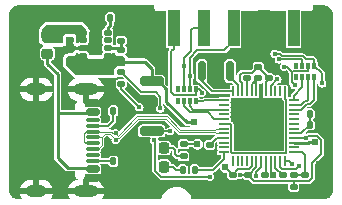
<source format=gbr>
%TF.GenerationSoftware,KiCad,Pcbnew,8.0.2*%
%TF.CreationDate,2024-07-01T18:09:29+08:00*%
%TF.ProjectId,hpm_dap,68706d5f-6461-4702-9e6b-696361645f70,rev?*%
%TF.SameCoordinates,PX3f32af6PY270961d*%
%TF.FileFunction,Copper,L1,Top*%
%TF.FilePolarity,Positive*%
%FSLAX46Y46*%
G04 Gerber Fmt 4.6, Leading zero omitted, Abs format (unit mm)*
G04 Created by KiCad (PCBNEW 8.0.2) date 2024-07-01 18:09:29*
%MOMM*%
%LPD*%
G01*
G04 APERTURE LIST*
G04 Aperture macros list*
%AMRoundRect*
0 Rectangle with rounded corners*
0 $1 Rounding radius*
0 $2 $3 $4 $5 $6 $7 $8 $9 X,Y pos of 4 corners*
0 Add a 4 corners polygon primitive as box body*
4,1,4,$2,$3,$4,$5,$6,$7,$8,$9,$2,$3,0*
0 Add four circle primitives for the rounded corners*
1,1,$1+$1,$2,$3*
1,1,$1+$1,$4,$5*
1,1,$1+$1,$6,$7*
1,1,$1+$1,$8,$9*
0 Add four rect primitives between the rounded corners*
20,1,$1+$1,$2,$3,$4,$5,0*
20,1,$1+$1,$4,$5,$6,$7,0*
20,1,$1+$1,$6,$7,$8,$9,0*
20,1,$1+$1,$8,$9,$2,$3,0*%
G04 Aperture macros list end*
%TA.AperFunction,SMDPad,CuDef*%
%ADD10RoundRect,0.050000X0.050000X-0.375000X0.050000X0.375000X-0.050000X0.375000X-0.050000X-0.375000X0*%
%TD*%
%TA.AperFunction,SMDPad,CuDef*%
%ADD11RoundRect,0.050000X0.375000X-0.050000X0.375000X0.050000X-0.375000X0.050000X-0.375000X-0.050000X0*%
%TD*%
%TA.AperFunction,SMDPad,CuDef*%
%ADD12R,4.200000X4.200000*%
%TD*%
%TA.AperFunction,SMDPad,CuDef*%
%ADD13RoundRect,0.140000X-0.170000X0.140000X-0.170000X-0.140000X0.170000X-0.140000X0.170000X0.140000X0*%
%TD*%
%TA.AperFunction,SMDPad,CuDef*%
%ADD14RoundRect,0.140000X0.140000X0.170000X-0.140000X0.170000X-0.140000X-0.170000X0.140000X-0.170000X0*%
%TD*%
%TA.AperFunction,SMDPad,CuDef*%
%ADD15RoundRect,0.135000X-0.185000X0.135000X-0.185000X-0.135000X0.185000X-0.135000X0.185000X0.135000X0*%
%TD*%
%TA.AperFunction,SMDPad,CuDef*%
%ADD16RoundRect,0.140000X0.170000X-0.140000X0.170000X0.140000X-0.170000X0.140000X-0.170000X-0.140000X0*%
%TD*%
%TA.AperFunction,SMDPad,CuDef*%
%ADD17RoundRect,0.135000X-0.135000X-0.185000X0.135000X-0.185000X0.135000X0.185000X-0.135000X0.185000X0*%
%TD*%
%TA.AperFunction,SMDPad,CuDef*%
%ADD18RoundRect,0.162500X0.162500X0.687500X-0.162500X0.687500X-0.162500X-0.687500X0.162500X-0.687500X0*%
%TD*%
%TA.AperFunction,SMDPad,CuDef*%
%ADD19RoundRect,0.125000X0.125000X0.725000X-0.125000X0.725000X-0.125000X-0.725000X0.125000X-0.725000X0*%
%TD*%
%TA.AperFunction,SMDPad,CuDef*%
%ADD20RoundRect,0.218750X0.256250X-0.218750X0.256250X0.218750X-0.256250X0.218750X-0.256250X-0.218750X0*%
%TD*%
%TA.AperFunction,SMDPad,CuDef*%
%ADD21RoundRect,0.200000X-0.800000X0.200000X-0.800000X-0.200000X0.800000X-0.200000X0.800000X0.200000X0*%
%TD*%
%TA.AperFunction,SMDPad,CuDef*%
%ADD22RoundRect,0.140000X-0.140000X-0.170000X0.140000X-0.170000X0.140000X0.170000X-0.140000X0.170000X0*%
%TD*%
%TA.AperFunction,SMDPad,CuDef*%
%ADD23R,0.320000X0.500000*%
%TD*%
%TA.AperFunction,SMDPad,CuDef*%
%ADD24R,1.000000X3.100000*%
%TD*%
%TA.AperFunction,SMDPad,CuDef*%
%ADD25RoundRect,0.125000X-0.187500X-0.125000X0.187500X-0.125000X0.187500X0.125000X-0.187500X0.125000X0*%
%TD*%
%TA.AperFunction,HeatsinkPad*%
%ADD26R,1.100000X1.900000*%
%TD*%
%TA.AperFunction,SMDPad,CuDef*%
%ADD27RoundRect,0.147500X-0.172500X0.147500X-0.172500X-0.147500X0.172500X-0.147500X0.172500X0.147500X0*%
%TD*%
%TA.AperFunction,SMDPad,CuDef*%
%ADD28RoundRect,0.150000X-0.425000X0.150000X-0.425000X-0.150000X0.425000X-0.150000X0.425000X0.150000X0*%
%TD*%
%TA.AperFunction,SMDPad,CuDef*%
%ADD29RoundRect,0.075000X-0.500000X0.075000X-0.500000X-0.075000X0.500000X-0.075000X0.500000X0.075000X0*%
%TD*%
%TA.AperFunction,ComponentPad*%
%ADD30O,2.100000X1.000000*%
%TD*%
%TA.AperFunction,ComponentPad*%
%ADD31O,1.800000X1.000000*%
%TD*%
%TA.AperFunction,SMDPad,CuDef*%
%ADD32RoundRect,0.135000X0.185000X-0.135000X0.185000X0.135000X-0.185000X0.135000X-0.185000X-0.135000X0*%
%TD*%
%TA.AperFunction,SMDPad,CuDef*%
%ADD33RoundRect,0.218750X-0.218750X-0.256250X0.218750X-0.256250X0.218750X0.256250X-0.218750X0.256250X0*%
%TD*%
%TA.AperFunction,ViaPad*%
%ADD34C,0.400000*%
%TD*%
%TA.AperFunction,ViaPad*%
%ADD35C,0.609600*%
%TD*%
%TA.AperFunction,Conductor*%
%ADD36C,0.177800*%
%TD*%
%TA.AperFunction,Conductor*%
%ADD37C,0.254000*%
%TD*%
%TA.AperFunction,Conductor*%
%ADD38C,0.127000*%
%TD*%
%TA.AperFunction,Conductor*%
%ADD39C,0.200000*%
%TD*%
%TA.AperFunction,Conductor*%
%ADD40C,0.101600*%
%TD*%
G04 APERTURE END LIST*
D10*
%TO.P,U1,1,PA04/URT1.CTS/SPI0.CS0/TRGM0.P04/JTAG.TDO*%
%TO.N,unconnected-(U1D-PA04{slash}URT1.CTS{slash}SPI0.CS0{slash}TRGM0.P04{slash}JTAG.TDO-Pad1)*%
X5773306Y3518093D03*
%TO.P,U1,2,PA08/TMR0.COMP1/URT2.TXD/I2C2.SCL/SPI3.CS2/JTAG.TRST*%
%TO.N,unconnected-(U1D-PA08{slash}TMR0.COMP1{slash}URT2.TXD{slash}I2C2.SCL{slash}SPI3.CS2{slash}JTAG.TRST-Pad2)*%
X6173306Y3518093D03*
%TO.P,U1,3,PA09/TMR0.CAPT1/URT2.RXD/I2C2.SDA/SPI3.CS1*%
%TO.N,unconnected-(U1D-PA09{slash}TMR0.CAPT1{slash}URT2.RXD{slash}I2C2.SDA{slash}SPI3.CS1-Pad3)*%
X6573306Y3518093D03*
%TO.P,U1,4,PA10/TMR0.COMP2/URT2.DE/URT2.RTS/SPI3.CS0/ACMP.COMP0*%
%TO.N,unconnected-(U1D-PA10{slash}TMR0.COMP2{slash}URT2.DE{slash}URT2.RTS{slash}SPI3.CS0{slash}ACMP.COMP0-Pad4)*%
X6973306Y3518093D03*
%TO.P,U1,5,VDD_SOC*%
%TO.N,Net-(C10-Pad1)*%
X7373306Y3518093D03*
%TO.P,U1,6,VIO_B00*%
%TO.N,+3.3V*%
X7773306Y3518093D03*
%TO.P,U1,7,PA03/TMR1.CAPT1/URT0.CTS/I2C0.SDA/SPI3.CS3/ACMP.COMP1/TRGM0.P03/ADC0.DBG*%
%TO.N,/core/BOOT1*%
X8173306Y3518093D03*
%TO.P,U1,8,PA02/TMR1.COMP1/URT0.DE/URT0.RTS/I2C0.SCL/ACMP.COMP0/TRGM0.P02/ACMP.COMP1*%
%TO.N,/core/BOOT0*%
X8573306Y3518093D03*
%TO.P,U1,9,VDD_SOC*%
%TO.N,Net-(C10-Pad1)*%
X8973306Y3518093D03*
%TO.P,U1,10,VDD_OTPCAP*%
%TO.N,Net-(U1C-VDD_OTPCAP)*%
X9373306Y3518093D03*
%TO.P,U1,11,PA01/TMR1.CAPT0/URT0.RXD/TRGM0.P01/ACMP.COMP0*%
%TO.N,Net-(U1D-PA01{slash}TMR1.CAPT0{slash}URT0.RXD{slash}TRGM0.P01{slash}ACMP.COMP0)*%
X9773306Y3518093D03*
%TO.P,U1,12,PA00/TMR1.COMP0/URT0.TXD/TRGM0.P00*%
%TO.N,Net-(U1D-PA00{slash}TMR1.COMP0{slash}URT0.TXD{slash}TRGM0.P00)*%
X10173306Y3518093D03*
D11*
%TO.P,U1,13,RESETN*%
%TO.N,Net-(U1B-RESETN)*%
X10923306Y4268093D03*
%TO.P,U1,14,WAKEUP*%
%TO.N,unconnected-(U1B-WAKEUP-Pad14)*%
X10923306Y4668093D03*
%TO.P,U1,15,DCDC_LP*%
%TO.N,Net-(U1A-DCDC_LP)*%
X10923306Y5068093D03*
%TO.P,U1,16,VPMC*%
%TO.N,+3.3V*%
X10923306Y5468093D03*
%TO.P,U1,17,VDD_PMCCAP*%
%TO.N,Net-(U1C-VDD_PMCCAP)*%
X10923306Y5868093D03*
%TO.P,U1,18,PY01/URT0.RXD/WDG0.RST/USB0.OC/PMIC_PY01/PURT.RXD/PTMR.COMP1/SOC.GPIO_Y01*%
%TO.N,unconnected-(U1C-PY01{slash}URT0.RXD{slash}WDG0.RST{slash}USB0.OC{slash}PMIC_PY01{slash}PURT.RXD{slash}PTMR.COMP1{slash}SOC.GPIO_Y01-Pad18)*%
X10923306Y6268093D03*
%TO.P,U1,19,PY00/URT0.TXD/USB0.ID/PMIC_PY00/PURT.TXD/PTMR.COMP0/SOC.GPIO_Y00*%
%TO.N,unconnected-(U1C-PY00{slash}URT0.TXD{slash}USB0.ID{slash}PMIC_PY00{slash}PURT.TXD{slash}PTMR.COMP0{slash}SOC.GPIO_Y00-Pad19)*%
X10923306Y6668093D03*
%TO.P,U1,20,PB15/TMR0.COMP3/URT3.TXD/SPI2.DAT3/TRGM0.P03/ADC0.IN7/CMP0.INP1/CMP1.INP1*%
%TO.N,unconnected-(U1D-PB15{slash}TMR0.COMP3{slash}URT3.TXD{slash}SPI2.DAT3{slash}TRGM0.P03{slash}ADC0.IN7{slash}CMP0.INP1{slash}CMP1.INP1-Pad20)*%
X10923306Y7068093D03*
%TO.P,U1,21,PB14/URT3.RXD/SPI2.DAT2/TRGM0.P02/ADC0.IN6/CMP0.INN1/CMP1.INN1*%
%TO.N,unconnected-(U1D-PB14{slash}URT3.RXD{slash}SPI2.DAT2{slash}TRGM0.P02{slash}ADC0.IN6{slash}CMP0.INN1{slash}CMP1.INN1-Pad21)*%
X10923306Y7468093D03*
%TO.P,U1,22,PB13/TMR1.COMP3/URT3.DE/URT3.RTS/I2C3.SCL/SPI2.MOSI/TRGM0.P01/ADC0.IN5/CMP0.INP2/CMP1.INP2*%
%TO.N,Net-(RN2-R4.1)*%
X10923306Y7868093D03*
%TO.P,U1,23,PB12/URT3.CTS/I2C3.SDA/SPI2.MISO/TRGM0.P00/ADC0.IN4/CMP0.INN2/CMP1.INN2*%
%TO.N,Net-(RN2-R3.1)*%
X10923306Y8268093D03*
%TO.P,U1,24,PB11/URT2.CTS/SPI2.SCLK/ACMP.COMP1/ADC0.IN3/CMP0.INN4/CMP1.INN4*%
%TO.N,Net-(RN2-R2.1)*%
X10923306Y8668093D03*
D10*
%TO.P,U1,25,PB10/TMR0.COMP2/URT2.DE/URT2.RTS/SPI2.CS0/ACMP.COMP0/USB0.PWR/ADC0.IN2/CMP0.INP4/CMP1.INP4*%
%TO.N,/core/SPI_CS*%
X10173306Y9418093D03*
%TO.P,U1,26,PB09/TMR0.CAPT1/URT2.RXD/I2C2.SDA/SPI2.CS1/ACMP.COMP1/USB0.OC/ADC0.IN1/CMP0.INP6/CMP1.INP6*%
%TO.N,unconnected-(U1D-PB09{slash}TMR0.CAPT1{slash}URT2.RXD{slash}I2C2.SDA{slash}SPI2.CS1{slash}ACMP.COMP1{slash}USB0.OC{slash}ADC0.IN1{slash}CMP0.INP6{slash}CMP1.INP6-Pad26)*%
X9773306Y9418093D03*
%TO.P,U1,27,PB08/TMR0.COMP1/URT2.TXD/I2C2.SCL/SPI2.CS2/ACMP.COMP0/USB0.ID/ADC0.IN11/CMP0.INN6/CMP1.INN6*%
%TO.N,unconnected-(U1D-PB08{slash}TMR0.COMP1{slash}URT2.TXD{slash}I2C2.SCL{slash}SPI2.CS2{slash}ACMP.COMP0{slash}USB0.ID{slash}ADC0.IN11{slash}CMP0.INN6{slash}CMP1.INN6-Pad27)*%
X9373306Y9418093D03*
%TO.P,U1,28,VDD_SOC*%
%TO.N,Net-(C10-Pad1)*%
X8973306Y9418093D03*
%TO.P,U1,29,VIO_B01*%
%TO.N,+3.3V*%
X8573306Y9418093D03*
%TO.P,U1,30,VREFL*%
%TO.N,GND*%
X8173306Y9418093D03*
%TO.P,U1,31,VREFH*%
%TO.N,/core/Vana*%
X7773306Y9418093D03*
%TO.P,U1,32,VANA*%
X7373306Y9418093D03*
%TO.P,U1,33,VDD_SOC*%
%TO.N,Net-(C10-Pad1)*%
X6973306Y9418093D03*
%TO.P,U1,34,VIO_B00*%
%TO.N,+3.3V*%
X6573306Y9418093D03*
%TO.P,U1,35,XTALI*%
%TO.N,/core/XTALI*%
X6173306Y9418093D03*
%TO.P,U1,36,XTALO*%
%TO.N,/core/XTALO*%
X5773306Y9418093D03*
D11*
%TO.P,U1,37,PA31/SPI1.DAT3/XPI0.CA_CS0/TRGM0.P07/USB0.ID*%
%TO.N,Net-(RN1-R4.1)*%
X5023306Y8668093D03*
%TO.P,U1,38,PA30/SPI1.DAT2/XPI0.CA_D1/TRGM0.P06/USB0.PWR*%
%TO.N,unconnected-(U1D-PA30{slash}SPI1.DAT2{slash}XPI0.CA_D1{slash}TRGM0.P06{slash}USB0.PWR-Pad38)*%
X5023306Y8268093D03*
%TO.P,U1,39,PA29/I2C3.SCL/SPI1.MOSI/XPI0.CA_D2/TRGM0.P05/USB0.OC*%
%TO.N,Net-(RN1-R3.1)*%
X5023306Y7868093D03*
%TO.P,U1,40,PA28/I2C3.SDA/SPI1.MISO/XPI0.CA_D0/TRGM0.P04*%
%TO.N,unconnected-(U1D-PA28{slash}I2C3.SDA{slash}SPI1.MISO{slash}XPI0.CA_D0{slash}TRGM0.P04-Pad40)*%
X5023306Y7468093D03*
%TO.P,U1,41,PA27/SPI1.SCLK/XPI0.CA_SCLK/TRGM0.P03*%
%TO.N,Net-(RN1-R2.1)*%
X5023306Y7068093D03*
%TO.P,U1,42,PA26/SPI1.CS0/XPI0.CA_D3/TRGM0.P02*%
%TO.N,/core/SPI_CS*%
X5023306Y6668093D03*
%TO.P,U1,43,PA25/I2C2.SDA/SPI1.CS1/XPI0.CA_DQS/TRGM0.P01*%
%TO.N,/core/USB_D-*%
X5023306Y6268093D03*
%TO.P,U1,44,PA24/I2C2.SCL/SPI1.CS2/XPI0.CA_CS1/TRGM0.P00*%
%TO.N,/core/USB_D+*%
X5023306Y5868093D03*
%TO.P,U1,45,VDD_SOC*%
%TO.N,Net-(C10-Pad1)*%
X5023306Y5468093D03*
%TO.P,U1,46,PA07/TMR0.COMP0/URT1.TXD/I2C1.SCL/SPI0.MOSI/TRGM0.P07/JTAG.TMS*%
%TO.N,unconnected-(U1D-PA07{slash}TMR0.COMP0{slash}URT1.TXD{slash}I2C1.SCL{slash}SPI0.MOSI{slash}TRGM0.P07{slash}JTAG.TMS-Pad46)*%
X5023306Y5068093D03*
%TO.P,U1,47,PA06/TMR0.CAPT0/URT1.RXD/I2C1.SDA/SPI0.MISO/TRGM0.P06/JTAG.TCK*%
%TO.N,unconnected-(U1D-PA06{slash}TMR0.CAPT0{slash}URT1.RXD{slash}I2C1.SDA{slash}SPI0.MISO{slash}TRGM0.P06{slash}JTAG.TCK-Pad47)*%
X5023306Y4668093D03*
%TO.P,U1,48,PA05/TMR1.COMP2/URT1.DE/URT1.RTS/SPI0.SCLK/TRGM0.P05/JTAG.TDI*%
%TO.N,/core/LED*%
X5023306Y4268093D03*
D12*
%TO.P,U1,49,VSS*%
%TO.N,GND*%
X7973306Y6468093D03*
%TD*%
D13*
%TO.P,C19,1*%
%TO.N,VBUS*%
X-8035752Y14739878D03*
%TO.P,C19,2*%
%TO.N,GND*%
X-8035752Y13779878D03*
%TD*%
D14*
%TO.P,C15,1*%
%TO.N,GND*%
X13256906Y7515693D03*
%TO.P,C15,2*%
%TO.N,Net-(U1C-VDD_PMCCAP)*%
X12296906Y7515693D03*
%TD*%
D15*
%TO.P,R9,1*%
%TO.N,+3.3V*%
X1600906Y4937693D03*
%TO.P,R9,2*%
%TO.N,Net-(D4-A)*%
X1600906Y3917693D03*
%TD*%
D16*
%TO.P,C24,1*%
%TO.N,GND*%
X7036506Y1398093D03*
%TO.P,C24,2*%
%TO.N,+3.3V*%
X7036506Y2358093D03*
%TD*%
D17*
%TO.P,R8,1*%
%TO.N,Net-(D5-A)*%
X1548106Y2782093D03*
%TO.P,R8,2*%
%TO.N,/core/LED*%
X2568106Y2782093D03*
%TD*%
D18*
%TO.P,X1,1,1*%
%TO.N,/core/XTALI*%
X5544106Y11141693D03*
D19*
%TO.P,X1,2,2*%
%TO.N,GND*%
X4344106Y11141693D03*
D18*
%TO.P,X1,3,3*%
%TO.N,/core/XTALO*%
X3144106Y11141693D03*
%TD*%
D20*
%TO.P,F1,1*%
%TO.N,Net-(F1-Pad1)*%
X-9930694Y12611793D03*
%TO.P,F1,2*%
%TO.N,VBUS*%
X-9930694Y14186793D03*
%TD*%
D21*
%TO.P,SW1,1,1*%
%TO.N,+3.3V*%
X-1091494Y10266893D03*
%TO.P,SW1,2,2*%
%TO.N,Net-(R5-Pad1)*%
X-1091494Y6066893D03*
%TD*%
D22*
%TO.P,C20,1*%
%TO.N,Net-(U2-SS{slash}TR)*%
X-4598194Y15670311D03*
%TO.P,C20,2*%
%TO.N,GND*%
X-3638194Y15670311D03*
%TD*%
D15*
%TO.P,R1,1*%
%TO.N,Net-(U1B-RESETN)*%
X10948106Y2348093D03*
%TO.P,R1,2*%
%TO.N,+3.3V*%
X10948106Y1328093D03*
%TD*%
%TO.P,R3,1*%
%TO.N,GND*%
X-3678194Y14723293D03*
%TO.P,R3,2*%
%TO.N,Net-(U2-FB)*%
X-3678194Y13703293D03*
%TD*%
D23*
%TO.P,RN2,1,R1.1*%
%TO.N,unconnected-(RN2-R1.1-Pad1)*%
X11163306Y10605293D03*
%TO.P,RN2,2,R2.1*%
%TO.N,Net-(RN2-R2.1)*%
X11663306Y10605293D03*
%TO.P,RN2,3,R3.1*%
%TO.N,Net-(RN2-R3.1)*%
X12163306Y10605293D03*
%TO.P,RN2,4,R4.1*%
%TO.N,Net-(RN2-R4.1)*%
X12663306Y10605293D03*
%TO.P,RN2,5,R4.2*%
%TO.N,/JTAG_TDI*%
X12663306Y11605293D03*
%TO.P,RN2,6,R3.2*%
%TO.N,/JTAG_TDO*%
X12163306Y11605293D03*
%TO.P,RN2,7,R2.2*%
%TO.N,/SWCLK{slash}JTAG_TCK*%
X11663306Y11605293D03*
%TO.P,RN2,8,R1.2*%
%TO.N,unconnected-(RN2-R1.2-Pad8)*%
X11163306Y11605293D03*
%TD*%
D24*
%TO.P,J2,1*%
%TO.N,/SWRST{slash}JTAG_TRST*%
X762999Y14750000D03*
%TO.P,J2,3*%
%TO.N,/SWCLK{slash}JTAG_TCK*%
X3302999Y14750000D03*
%TO.P,J2,5*%
%TO.N,/SWDIO{slash}JTAG_TMS*%
X5842999Y14750000D03*
%TO.P,J2,7*%
%TO.N,GND*%
X8382999Y14750000D03*
%TO.P,J2,9*%
%TO.N,/TVCC*%
X10922999Y14750000D03*
%TD*%
D13*
%TO.P,C3,1*%
%TO.N,Net-(C10-Pad1)*%
X5766506Y2358093D03*
%TO.P,C3,2*%
%TO.N,GND*%
X5766506Y1398093D03*
%TD*%
D25*
%TO.P,U2,1,EN*%
%TO.N,VBUS*%
X-6929194Y14374293D03*
%TO.P,U2,2,VIN*%
X-6929194Y13724293D03*
%TO.P,U2,3,GND*%
%TO.N,GND*%
X-6929194Y13074293D03*
%TO.P,U2,4,VOUT*%
%TO.N,+3.3V*%
X-6929194Y12424293D03*
%TO.P,U2,5,VOUT*%
X-4804194Y12424293D03*
%TO.P,U2,6,FB*%
%TO.N,Net-(U2-FB)*%
X-4804194Y13074293D03*
%TO.P,U2,7,PG*%
%TO.N,unconnected-(U2-PG-Pad7)*%
X-4804194Y13724293D03*
%TO.P,U2,8,SS/TR*%
%TO.N,Net-(U2-SS{slash}TR)*%
X-4804194Y14374293D03*
D26*
%TO.P,U2,9,GND*%
%TO.N,GND*%
X-5866694Y13399293D03*
%TD*%
D13*
%TO.P,C12,1*%
%TO.N,Net-(U1B-RESETN)*%
X11880986Y2318093D03*
%TO.P,C12,2*%
%TO.N,GND*%
X11880986Y1358093D03*
%TD*%
D15*
%TO.P,R5,1*%
%TO.N,Net-(R5-Pad1)*%
X-3682294Y11064493D03*
%TO.P,R5,2*%
%TO.N,/core/BOOT1*%
X-3682294Y10044493D03*
%TD*%
D27*
%TO.P,L1,1,1*%
%TO.N,+3.3V*%
X7925038Y11495627D03*
%TO.P,L1,2,2*%
%TO.N,/core/Vana*%
X7925038Y10525627D03*
%TD*%
D14*
%TO.P,C16,1*%
%TO.N,GND*%
X13256906Y6592093D03*
%TO.P,C16,2*%
%TO.N,Net-(U1C-VDD_PMCCAP)*%
X12296906Y6592093D03*
%TD*%
D17*
%TO.P,R7,1*%
%TO.N,Net-(J1-CC2)*%
X-4344694Y3514000D03*
%TO.P,R7,2*%
%TO.N,GND*%
X-3324694Y3514000D03*
%TD*%
D28*
%TO.P,J1,A1,GND*%
%TO.N,GND*%
X-6102001Y8464000D03*
%TO.P,J1,A4,VBUS*%
%TO.N,Net-(F1-Pad1)*%
X-6102001Y7664000D03*
D29*
%TO.P,J1,A5,CC1*%
%TO.N,Net-(J1-CC1)*%
X-6102001Y6514000D03*
%TO.P,J1,A6,D+*%
%TO.N,/core/USB_D+*%
X-6102001Y5514000D03*
%TO.P,J1,A7,D-*%
%TO.N,/core/USB_D-*%
X-6102001Y5014000D03*
%TO.P,J1,A8,SBU1*%
%TO.N,unconnected-(J1-SBU1-PadA8)*%
X-6102001Y4014000D03*
D28*
%TO.P,J1,A9,VBUS*%
%TO.N,Net-(F1-Pad1)*%
X-6102001Y2864000D03*
%TO.P,J1,A12,GND*%
%TO.N,GND*%
X-6102001Y2064000D03*
%TO.P,J1,B1,GND*%
X-6102001Y2064000D03*
%TO.P,J1,B4,VBUS*%
%TO.N,Net-(F1-Pad1)*%
X-6102001Y2864000D03*
D29*
%TO.P,J1,B5,CC2*%
%TO.N,Net-(J1-CC2)*%
X-6102001Y3514000D03*
%TO.P,J1,B6,D+*%
%TO.N,/core/USB_D+*%
X-6102001Y4514000D03*
%TO.P,J1,B7,D-*%
%TO.N,/core/USB_D-*%
X-6102001Y6014000D03*
%TO.P,J1,B8,SBU2*%
%TO.N,unconnected-(J1-SBU2-PadB8)*%
X-6102001Y7014000D03*
D28*
%TO.P,J1,B9,VBUS*%
%TO.N,Net-(F1-Pad1)*%
X-6102001Y7664000D03*
%TO.P,J1,B12,GND*%
%TO.N,GND*%
X-6102001Y8464000D03*
D30*
%TO.P,J1,S1,SHIELD*%
X-6677001Y9584000D03*
D31*
X-10857001Y9584000D03*
D30*
X-6677001Y944000D03*
D31*
X-10857001Y944000D03*
%TD*%
D17*
%TO.P,R6,1*%
%TO.N,Net-(J1-CC1)*%
X-4344694Y7760493D03*
%TO.P,R6,2*%
%TO.N,GND*%
X-3324694Y7760493D03*
%TD*%
D32*
%TO.P,R4,1*%
%TO.N,GND*%
X8458906Y1328093D03*
%TO.P,R4,2*%
%TO.N,/core/BOOT0*%
X8458906Y2348093D03*
%TD*%
D15*
%TO.P,R2,1*%
%TO.N,Net-(U2-FB)*%
X-3678194Y12943293D03*
%TO.P,R2,2*%
%TO.N,+3.3V*%
X-3678194Y11923293D03*
%TD*%
D23*
%TO.P,RN1,1,R1.1*%
%TO.N,unconnected-(RN1-R1.1-Pad1)*%
X1155706Y8581293D03*
%TO.P,RN1,2,R2.1*%
%TO.N,Net-(RN1-R2.1)*%
X1655706Y8581293D03*
%TO.P,RN1,3,R3.1*%
%TO.N,Net-(RN1-R3.1)*%
X2155706Y8581293D03*
%TO.P,RN1,4,R4.1*%
%TO.N,Net-(RN1-R4.1)*%
X2655706Y8581293D03*
%TO.P,RN1,5,R4.2*%
%TO.N,/SWRST{slash}JTAG_TRST*%
X2655706Y9581293D03*
%TO.P,RN1,6,R3.2*%
%TO.N,/SWDIO{slash}JTAG_TMS*%
X2155706Y9581293D03*
%TO.P,RN1,7,R2.2*%
%TO.N,/SWCLK{slash}JTAG_TCK*%
X1655706Y9581293D03*
%TO.P,RN1,8,R1.2*%
%TO.N,unconnected-(RN1-R1.2-Pad8)*%
X1155706Y9581293D03*
%TD*%
D13*
%TO.P,C17,1*%
%TO.N,Net-(U1C-VDD_OTPCAP)*%
X9982906Y2318093D03*
%TO.P,C17,2*%
%TO.N,GND*%
X9982906Y1358093D03*
%TD*%
D33*
%TO.P,D5,1,K*%
%TO.N,GND*%
X-1650494Y3036093D03*
%TO.P,D5,2,A*%
%TO.N,Net-(D5-A)*%
X-75494Y3036093D03*
%TD*%
D13*
%TO.P,C22,1*%
%TO.N,GND*%
X8865306Y11490627D03*
%TO.P,C22,2*%
%TO.N,+3.3V*%
X8865306Y10530627D03*
%TD*%
D16*
%TO.P,C21,1*%
%TO.N,+3.3V*%
X-8035752Y11956576D03*
%TO.P,C21,2*%
%TO.N,GND*%
X-8035752Y12916576D03*
%TD*%
D33*
%TO.P,D4,1,K*%
%TO.N,GND*%
X-1650494Y4624493D03*
%TO.P,D4,2,A*%
%TO.N,Net-(D4-A)*%
X-75494Y4624493D03*
%TD*%
D16*
%TO.P,C5,1*%
%TO.N,Net-(C10-Pad1)*%
X6985706Y10530627D03*
%TO.P,C5,2*%
%TO.N,GND*%
X6985706Y11490627D03*
%TD*%
D13*
%TO.P,C7,1*%
%TO.N,Net-(C10-Pad1)*%
X3836106Y4907693D03*
%TO.P,C7,2*%
%TO.N,GND*%
X3836106Y3947693D03*
%TD*%
D34*
%TO.N,Net-(C10-Pad1)*%
X6985706Y10530627D03*
%TO.N,/core/BOOT1*%
X-2133600Y8077200D03*
X-863600Y5283200D03*
%TO.N,Net-(R5-Pad1)*%
X-355600Y7975600D03*
X457200Y6045200D03*
D35*
%TO.N,Net-(C10-Pad1)*%
X9194800Y2342893D03*
%TO.N,Net-(U1A-DCDC_LP)*%
X12700000Y5127605D03*
%TO.N,Net-(C10-Pad1)*%
X5130800Y2997200D03*
D34*
X9547769Y10431810D03*
%TO.N,+3.3V*%
X8865306Y10530627D03*
%TO.N,Net-(C10-Pad1)*%
X3836106Y4907693D03*
%TO.N,/core/Vana*%
X7925038Y10530627D03*
%TO.N,Net-(U1C-VDD_OTPCAP)*%
X9982906Y2318093D03*
%TO.N,/core/USB_D-*%
X-4139494Y5852293D03*
%TO.N,/core/USB_D+*%
X-4139494Y5299893D03*
%TO.N,/core/BOOT1*%
X3848893Y2172493D03*
X7747706Y2286000D03*
D35*
%TO.N,GND*%
X4852106Y1258093D03*
X-1497894Y1258093D03*
X2312106Y1258093D03*
X6703306Y7738093D03*
D34*
X12065706Y12789693D03*
D35*
X-2615494Y16244093D03*
X13081706Y1969293D03*
D34*
X-5866694Y13958093D03*
X-5866694Y12840493D03*
D35*
X-12318294Y15939293D03*
X-1294694Y12637293D03*
X2413706Y3594893D03*
X-5968294Y15939293D03*
X-12419894Y3798093D03*
X-12419894Y7608093D03*
X-9778294Y15939293D03*
X7646106Y648493D03*
X7973306Y6468093D03*
D34*
X4852106Y9906993D03*
D35*
X-12318294Y13399293D03*
X13386506Y8116093D03*
X6703306Y5198093D03*
X-1294694Y8624093D03*
X-227894Y1258093D03*
X13081706Y3239293D03*
X-12419894Y6338093D03*
D34*
X-5866694Y13399293D03*
D35*
X-8508294Y15939293D03*
X-24694Y12637293D03*
X-12318294Y14669293D03*
D34*
X9474906Y11367293D03*
D35*
X-12318294Y12129293D03*
X-2564694Y12637293D03*
X-4037894Y1258093D03*
X-7238294Y15939293D03*
X6376106Y648493D03*
X3582106Y1258093D03*
X8916106Y648493D03*
D34*
X6274506Y11367293D03*
D35*
X9243306Y7738093D03*
D34*
X6782506Y12738893D03*
D35*
X-11048294Y15939293D03*
X-12419894Y5068093D03*
X-1345494Y16244093D03*
X-2767894Y1258093D03*
X9243306Y5198093D03*
%TO.N,+3.3V*%
X2769306Y4937693D03*
D34*
X6411464Y2358093D03*
D35*
X2464506Y6795293D03*
D34*
%TO.N,/SWDIO{slash}JTAG_TMS*%
X2159706Y10706893D03*
%TO.N,/SWCLK{slash}JTAG_TCK*%
X1651706Y11570493D03*
X9678106Y12129293D03*
%TO.N,/SWRST{slash}JTAG_TRST*%
X3124906Y9296400D03*
%TO.N,/JTAG_TDO*%
X10135306Y11519693D03*
X10998906Y9944893D03*
%TO.N,/JTAG_TDI*%
X13335706Y10097293D03*
X9309527Y12606021D03*
%TO.N,VBUS*%
X-8813094Y14212093D03*
%TO.N,Net-(U1D-PA00{slash}TMR1.COMP0{slash}URT0.TXD{slash}TRGM0.P00)*%
X10769600Y3251200D03*
%TO.N,Net-(U1D-PA01{slash}TMR1.CAPT0{slash}URT0.RXD{slash}TRGM0.P01{slash}ACMP.COMP0)*%
X11405306Y3086893D03*
%TO.N,+3.3V*%
X11938000Y5458593D03*
%TD*%
D36*
%TO.N,/SWRST{slash}JTAG_TRST*%
X2915507Y9581293D02*
X2655706Y9581293D01*
X3124906Y9371894D02*
X2915507Y9581293D01*
X3124906Y9296400D02*
X3124906Y9371894D01*
X558800Y9394793D02*
X558800Y11430000D01*
X2643006Y9140793D02*
X812800Y9140793D01*
X2655706Y9153493D02*
X2643006Y9140793D01*
X2655706Y9581293D02*
X2655706Y9153493D01*
X812800Y9140793D02*
X558800Y9394793D01*
D37*
%TO.N,+3.3V*%
X1854906Y6795293D02*
X101600Y8548599D01*
X101600Y8548599D02*
X101600Y9652000D01*
X101600Y9652000D02*
X-513293Y10266893D01*
X-513293Y10266893D02*
X-1091494Y10266893D01*
X2464506Y6795293D02*
X1854906Y6795293D01*
D36*
%TO.N,/SWRST{slash}JTAG_TRST*%
X762999Y13018000D02*
X762999Y14750000D01*
X558800Y12813801D02*
X762999Y13018000D01*
X558800Y11430000D02*
X558800Y12813801D01*
%TO.N,+3.3V*%
X7547006Y1847593D02*
X7036506Y2358093D01*
X12261592Y1847593D02*
X7547006Y1847593D01*
X12496800Y2082801D02*
X12261592Y1847593D01*
X13258800Y5283200D02*
X13258800Y4116847D01*
X12919095Y5622905D02*
X13258800Y5283200D01*
X12102312Y5622905D02*
X12919095Y5622905D01*
X11938000Y5458593D02*
X12102312Y5622905D01*
X12496800Y3354847D02*
X12496800Y2082801D01*
X13258800Y4116847D02*
X12496800Y3354847D01*
X10922000Y1354199D02*
X10922000Y1847593D01*
X10948106Y1328093D02*
X10922000Y1354199D01*
D38*
%TO.N,/core/SPI_CS*%
X5574707Y6668093D02*
X5023306Y6668093D01*
X5638800Y6604000D02*
X5574707Y6668093D01*
X5638800Y4272399D02*
X5638800Y6604000D01*
X10238406Y4202993D02*
X5708206Y4202993D01*
X5708206Y4202993D02*
X5638800Y4272399D01*
X10273306Y8675094D02*
X10273306Y4237893D01*
X10173306Y8775094D02*
X10273306Y8675094D01*
X10273306Y4237893D02*
X10238406Y4202993D01*
X10173306Y9418093D02*
X10173306Y8775094D01*
D36*
%TO.N,Net-(C10-Pad1)*%
X6973306Y10518227D02*
X6973306Y9418093D01*
X6985706Y10530627D02*
X6973306Y10518227D01*
D37*
%TO.N,+3.3V*%
X-1091494Y11353094D02*
X-1091494Y10266893D01*
X-1661693Y11923293D02*
X-1091494Y11353094D01*
X-3678194Y11923293D02*
X-1661693Y11923293D01*
D36*
%TO.N,/core/BOOT1*%
X-3682294Y9625894D02*
X-3682294Y10044493D01*
X-2133600Y8077200D02*
X-3682294Y9625894D01*
X-812800Y5232400D02*
X-863600Y5283200D01*
X-271722Y2172493D02*
X-812800Y2713571D01*
X-812800Y2713571D02*
X-812800Y5232400D01*
X3848893Y2172493D02*
X-271722Y2172493D01*
D38*
%TO.N,Net-(R5-Pad1)*%
X-761391Y6045200D02*
X-937289Y6221098D01*
X457200Y6045200D02*
X-761391Y6045200D01*
X-355600Y8940800D02*
X-355600Y7975600D01*
X-762000Y9347200D02*
X-355600Y8940800D01*
X-1965001Y9347200D02*
X-762000Y9347200D01*
X-3682294Y11064493D02*
X-1965001Y9347200D01*
D37*
%TO.N,Net-(U1A-DCDC_LP)*%
X10961406Y5029993D02*
X10923306Y5068093D01*
X12213144Y5127605D02*
X12115532Y5029993D01*
X12700000Y5127605D02*
X12213144Y5127605D01*
X12115532Y5029993D02*
X10961406Y5029993D01*
D36*
%TO.N,Net-(C10-Pad1)*%
X8973306Y9857347D02*
X8973306Y9418093D01*
X9547769Y10431810D02*
X8973306Y9857347D01*
%TO.N,Net-(U1C-VDD_OTPCAP)*%
X9373306Y2927693D02*
X9373306Y3518093D01*
X9982906Y2318093D02*
X9373306Y2927693D01*
%TO.N,/core/BOOT1*%
X7747706Y2556493D02*
X8173306Y2982093D01*
X8173306Y2982093D02*
X8173306Y3518093D01*
X7747706Y2286000D02*
X7747706Y2556493D01*
D38*
%TO.N,Net-(U1D-PA00{slash}TMR1.COMP0{slash}URT0.TXD{slash}TRGM0.P00)*%
X10769600Y3251200D02*
X10502707Y3518093D01*
X10502707Y3518093D02*
X10173306Y3518093D01*
%TO.N,Net-(U1D-PA01{slash}TMR1.CAPT0{slash}URT0.RXD{slash}TRGM0.P01{slash}ACMP.COMP0)*%
X9773306Y3012431D02*
X9773306Y3518093D01*
X9981544Y2804193D02*
X9773306Y3012431D01*
X11122606Y2804193D02*
X9981544Y2804193D01*
X11405306Y3086893D02*
X11122606Y2804193D01*
D36*
%TO.N,Net-(C10-Pad1)*%
X5766506Y2361494D02*
X5130800Y2997200D01*
X5766506Y2358093D02*
X5766506Y2361494D01*
%TO.N,+3.3V*%
X11928500Y5468093D02*
X11938000Y5458593D01*
X10923306Y5468093D02*
X11928500Y5468093D01*
%TO.N,Net-(C10-Pad1)*%
X7373306Y3093093D02*
X7373306Y3518093D01*
X7125013Y2844800D02*
X7373306Y3093093D01*
X6253213Y2844800D02*
X7125013Y2844800D01*
X5766506Y2358093D02*
X6253213Y2844800D01*
%TO.N,+3.3V*%
X8573306Y10238627D02*
X8865306Y10530627D01*
X8573306Y9418093D02*
X8573306Y10238627D01*
X7773306Y3518093D02*
X7773306Y2977225D01*
X7773306Y2977225D02*
X7154174Y2358093D01*
X7154174Y2358093D02*
X7036506Y2358093D01*
D39*
X6411464Y2358093D02*
X7036506Y2358093D01*
D36*
%TO.N,Net-(C10-Pad1)*%
X4396506Y5468093D02*
X5023306Y5468093D01*
X3836106Y4907693D02*
X4396506Y5468093D01*
D39*
%TO.N,/core/Vana*%
X7495205Y10095794D02*
X7925038Y10525627D01*
X7773306Y10373895D02*
X7925038Y10525627D01*
X7373306Y9418093D02*
X7373306Y9973895D01*
X7520605Y10121194D02*
X7698605Y10121194D01*
X7773306Y10046493D02*
X7773306Y10373895D01*
X7773306Y9418093D02*
X7773306Y10046493D01*
X7373306Y9973895D02*
X7495205Y10095794D01*
X7495205Y10095794D02*
X7520605Y10121194D01*
X7698605Y10121194D02*
X7773306Y10046493D01*
D36*
%TO.N,Net-(U1B-RESETN)*%
X11646506Y4268093D02*
X11880986Y4033613D01*
X10948106Y2348093D02*
X11850986Y2348093D01*
X11880986Y4033613D02*
X11880986Y2318093D01*
X10923306Y4268093D02*
X11646506Y4268093D01*
X11850986Y2348093D02*
X11880986Y2318093D01*
%TO.N,Net-(U1C-VDD_PMCCAP)*%
X12296906Y6592093D02*
X12296906Y7515693D01*
X11572906Y5868093D02*
X12296906Y6592093D01*
X10923306Y5868093D02*
X11572906Y5868093D01*
D37*
%TO.N,Net-(U2-SS{slash}TR)*%
X-4804194Y14817393D02*
X-4598194Y15023393D01*
X-4598194Y15023393D02*
X-4598194Y15670311D01*
X-4804194Y14374293D02*
X-4804194Y14817393D01*
D40*
%TO.N,/core/USB_D-*%
X-4139494Y5852293D02*
X-4404525Y5852293D01*
X-4404525Y5852293D02*
X-4566232Y6014000D01*
X-6829401Y5861599D02*
X-6829401Y5167200D01*
X-4566232Y6014000D02*
X-6102001Y6014000D01*
X4385805Y6268093D02*
X4287405Y6169693D01*
X-3964895Y5677694D02*
X-4139494Y5852293D01*
X-3927579Y5677694D02*
X-3964895Y5677694D01*
X-6677000Y6014000D02*
X-6829401Y5861599D01*
X-6829401Y5167200D02*
X-6676201Y5014000D01*
X-2301980Y7303293D02*
X-3927579Y5677694D01*
X4287405Y6169693D02*
X1303392Y6169693D01*
X-6102001Y6014000D02*
X-6677000Y6014000D01*
X-6676201Y5014000D02*
X-6102001Y5014000D01*
X1303392Y6169693D02*
X169792Y7303293D01*
X169792Y7303293D02*
X-2301980Y7303293D01*
X5023306Y6268093D02*
X4385805Y6268093D01*
%TO.N,/core/USB_D+*%
X-5333458Y5514000D02*
X-6102001Y5514000D01*
X-5036659Y5810799D02*
X-5333458Y5514000D01*
X-5669094Y4514000D02*
X-6102001Y4514000D01*
X-3843409Y5474492D02*
X-3964895Y5474492D01*
X1219220Y5966493D02*
X85620Y7100093D01*
X-5333458Y5514000D02*
X-5333458Y4849636D01*
X-2217808Y7100093D02*
X-3843409Y5474492D01*
X-4650400Y5810799D02*
X-5036659Y5810799D01*
X4385805Y5868093D02*
X4287405Y5966493D01*
X5023306Y5868093D02*
X4385805Y5868093D01*
X-3964895Y5474492D02*
X-4139494Y5299893D01*
X4287405Y5966493D02*
X1219220Y5966493D01*
X-5333458Y4849636D02*
X-5669094Y4514000D01*
X85620Y7100093D02*
X-2217808Y7100093D01*
X-4139494Y5299893D02*
X-4650400Y5810799D01*
D36*
%TO.N,Net-(J1-CC2)*%
X-6102001Y3514000D02*
X-4344694Y3514000D01*
%TO.N,Net-(J1-CC1)*%
X-4344694Y7760493D02*
X-4344694Y6945693D01*
X-4776387Y6514000D02*
X-6102001Y6514000D01*
X-4344694Y6945693D02*
X-4776387Y6514000D01*
D37*
%TO.N,Net-(U2-FB)*%
X-4804194Y13074293D02*
X-3809194Y13074293D01*
X-3809194Y13074293D02*
X-3678194Y12943293D01*
X-3678194Y13703293D02*
X-3678194Y12943293D01*
D36*
%TO.N,/core/BOOT0*%
X8573306Y2462493D02*
X8458906Y2348093D01*
X8573306Y3518093D02*
X8573306Y2462493D01*
D38*
%TO.N,Net-(RN1-R4.1)*%
X3285306Y8581293D02*
X2655706Y8581293D01*
X5023306Y8668093D02*
X3372106Y8668093D01*
X3372106Y8668093D02*
X3285306Y8581293D01*
%TO.N,Net-(RN1-R3.1)*%
X2155706Y8144293D02*
X2155706Y8581293D01*
X2431906Y7868093D02*
X2155706Y8144293D01*
X5023306Y7868093D02*
X2431906Y7868093D01*
%TO.N,Net-(RN1-R2.1)*%
X5023306Y7068093D02*
X4223706Y7068093D01*
X1655706Y8144293D02*
X1655706Y8581293D01*
X3652306Y7639493D02*
X2160506Y7639493D01*
X4223706Y7068093D02*
X3652306Y7639493D01*
X2160506Y7639493D02*
X1655706Y8144293D01*
D36*
%TO.N,Net-(D4-A)*%
X1074906Y3917693D02*
X1600906Y3917693D01*
X723706Y4624493D02*
X889706Y4458493D01*
X-75494Y4624493D02*
X723706Y4624493D01*
X889706Y4102893D02*
X1074906Y3917693D01*
X889706Y4458493D02*
X889706Y4102893D01*
%TO.N,Net-(RN2-R2.1)*%
X11663306Y9796493D02*
X11663306Y10605293D01*
X10923306Y9056493D02*
X11663306Y9796493D01*
X10923306Y8668093D02*
X10923306Y9056493D01*
%TO.N,Net-(RN2-R3.1)*%
X10923306Y8268093D02*
X11568126Y8268093D01*
X12065706Y8621341D02*
X12163306Y8718941D01*
X11568126Y8268093D02*
X11921374Y8621341D01*
X12163306Y8718941D02*
X12163306Y10605293D01*
X11921374Y8621341D02*
X12065706Y8621341D01*
%TO.N,Net-(RN2-R4.1)*%
X12037106Y8341941D02*
X12291554Y8341941D01*
X12663306Y8713693D02*
X12663306Y10605293D01*
X12291554Y8341941D02*
X12663306Y8713693D01*
X10923306Y7868093D02*
X11563258Y7868093D01*
X11563258Y7868093D02*
X12037106Y8341941D01*
%TO.N,/core/XTALO*%
X3144106Y10291694D02*
X4017707Y9418093D01*
X3144106Y11141693D02*
X3144106Y10291694D01*
X4017707Y9418093D02*
X5773306Y9418093D01*
%TO.N,/core/XTALI*%
X6173306Y9995293D02*
X6173306Y9418093D01*
X5544106Y10624493D02*
X6173306Y9995293D01*
X5544106Y11141693D02*
X5544106Y10624493D01*
D39*
%TO.N,GND*%
X8173306Y6668093D02*
X8173306Y9418093D01*
D36*
X4852106Y9906993D02*
X4585206Y9906993D01*
X4585206Y9906993D02*
X4344106Y10148093D01*
X4344106Y10148093D02*
X4344106Y11141693D01*
D39*
X7973306Y6468093D02*
X8173306Y6668093D01*
D36*
%TO.N,+3.3V*%
X1600906Y4937693D02*
X2769306Y4937693D01*
D39*
X7925038Y11495627D02*
X7925038Y11494761D01*
X7925038Y11494761D02*
X8865306Y10554493D01*
X8865306Y10554493D02*
X8865306Y10530627D01*
D36*
%TO.N,/SWDIO{slash}JTAG_TMS*%
X2159706Y10503693D02*
X2159706Y10706893D01*
X2769306Y12891293D02*
X2159706Y12281693D01*
X2155706Y9581293D02*
X2155706Y10499693D01*
X2159706Y12281693D02*
X2159706Y10706893D01*
X5842999Y14750000D02*
X5842999Y13678986D01*
X5055306Y12891293D02*
X2769306Y12891293D01*
X2155706Y10499693D02*
X2159706Y10503693D01*
X5842999Y13678986D02*
X5055306Y12891293D01*
%TO.N,/SWCLK{slash}JTAG_TCK*%
X2261306Y14618493D02*
X2261306Y12840493D01*
X11663306Y12033093D02*
X11567106Y12129293D01*
X1655706Y12234893D02*
X1655706Y9581293D01*
X3302999Y14750000D02*
X2392813Y14750000D01*
X2392813Y14750000D02*
X2261306Y14618493D01*
X11567106Y12129293D02*
X9678106Y12129293D01*
X11663306Y11605293D02*
X11663306Y12033093D01*
X2261306Y12840493D02*
X1655706Y12234893D01*
%TO.N,/JTAG_TDO*%
X12163306Y11605293D02*
X12163306Y11177493D01*
X10135306Y11519693D02*
X10338506Y11519693D01*
X10744906Y10960893D02*
X10744906Y10198893D01*
X12099106Y11113293D02*
X10897306Y11113293D01*
X10821106Y11037093D02*
X10744906Y10960893D01*
X10744906Y10198893D02*
X10998906Y9944893D01*
X12163306Y11314293D02*
X12163306Y11605293D01*
X12163306Y11177493D02*
X12099106Y11113293D01*
X10897306Y11113293D02*
X10821106Y11037093D01*
X10338506Y11519693D02*
X10821106Y11037093D01*
%TO.N,/JTAG_TDI*%
X9950957Y12408693D02*
X11682837Y12408693D01*
X12663306Y11605293D02*
X13335706Y10932893D01*
X11962237Y12129293D02*
X12573706Y12129293D01*
X11682837Y12408693D02*
X11962237Y12129293D01*
X9309527Y12606021D02*
X9753629Y12606021D01*
X13335706Y10932893D02*
X13335706Y10097293D01*
X9753629Y12606021D02*
X9950957Y12408693D01*
X12663306Y12039693D02*
X12663306Y11605293D01*
X12573706Y12129293D02*
X12663306Y12039693D01*
D37*
%TO.N,Net-(F1-Pad1)*%
X-9067094Y10910093D02*
X-9930694Y11773693D01*
X-9061001Y7602000D02*
X-9067094Y7608093D01*
X-6102001Y2864000D02*
X-6164001Y2926000D01*
X-8195001Y2926000D02*
X-9067094Y3798093D01*
X-9067094Y7608093D02*
X-9067094Y10910093D01*
X-9930694Y11773693D02*
X-9930694Y12611793D01*
X-6164001Y2926000D02*
X-8195001Y2926000D01*
X-6164001Y7602000D02*
X-9061001Y7602000D01*
X-6102001Y7664000D02*
X-6164001Y7602000D01*
X-9067094Y3798093D02*
X-9067094Y7608093D01*
D36*
%TO.N,Net-(D5-A)*%
X940506Y2782093D02*
X1548106Y2782093D01*
X686506Y3036093D02*
X940506Y2782093D01*
X-75494Y3036093D02*
X686506Y3036093D01*
%TO.N,/core/LED*%
X5023306Y3715293D02*
X5023306Y4268093D01*
X4090106Y2782093D02*
X5023306Y3715293D01*
X2568106Y2782093D02*
X4090106Y2782093D01*
%TO.N,Net-(U1D-PA01{slash}TMR1.CAPT0{slash}URT0.RXD{slash}TRGM0.P01{slash}ACMP.COMP0)*%
X9773306Y3518093D02*
X9773306Y3398093D01*
X9773306Y3398093D02*
X9779706Y3391693D01*
%TO.N,+3.3V*%
X6573306Y9418093D02*
X6573306Y10089094D01*
X6350000Y10312400D02*
X6350000Y10820400D01*
X6573306Y10089094D02*
X6350000Y10312400D01*
X6530727Y11001127D02*
X7430538Y11001127D01*
X6350000Y10820400D02*
X6530727Y11001127D01*
X7430538Y11001127D02*
X7925038Y11495627D01*
%TO.N,Net-(C10-Pad1)*%
X8973306Y2564387D02*
X8973306Y3518093D01*
X9194800Y2342893D02*
X8973306Y2564387D01*
%TD*%
%TA.AperFunction,Conductor*%
%TO.N,VBUS*%
G36*
X-6999553Y15007152D02*
G01*
X-6629420Y14637019D01*
X-6616694Y14606295D01*
X-6616694Y14521241D01*
X-6624017Y14497102D01*
X-6656427Y14448598D01*
X-6656429Y14448594D01*
X-6671194Y14374363D01*
X-6671194Y13622243D01*
X-6683920Y13591519D01*
X-6714644Y13578793D01*
X-7152703Y13578793D01*
X-7152715Y13578792D01*
X-7226475Y13568046D01*
X-7340260Y13512421D01*
X-7365662Y13487019D01*
X-7396386Y13474293D01*
X-7441688Y13474293D01*
X-7472412Y13487019D01*
X-7485138Y13517743D01*
X-7484603Y13524540D01*
X-7471252Y13608833D01*
X-7471253Y13950922D01*
X-7485884Y14043305D01*
X-7485885Y14043307D01*
X-7485886Y14043310D01*
X-7542616Y14154648D01*
X-7630983Y14243015D01*
X-7742324Y14299746D01*
X-7788516Y14307062D01*
X-7834707Y14314378D01*
X-7834708Y14314378D01*
X-8236795Y14314378D01*
X-8236797Y14314377D01*
X-8329178Y14299747D01*
X-8329184Y14299745D01*
X-8440522Y14243015D01*
X-8528889Y14154648D01*
X-8585620Y14043307D01*
X-8585620Y14043306D01*
X-8600252Y13950924D01*
X-8600252Y13608836D01*
X-8600251Y13608834D01*
X-8586901Y13524540D01*
X-8594664Y13492203D01*
X-8623019Y13474828D01*
X-8629816Y13474293D01*
X-10112696Y13474293D01*
X-10143420Y13487019D01*
X-10392968Y13736567D01*
X-10405694Y13767291D01*
X-10405694Y14606295D01*
X-10392968Y14637019D01*
X-10022835Y15007152D01*
X-9992111Y15019878D01*
X-7030277Y15019878D01*
X-6999553Y15007152D01*
G37*
%TD.AperFunction*%
%TD*%
%TA.AperFunction,Conductor*%
%TO.N,+3.3V*%
G36*
X-7365662Y12661567D02*
G01*
X-7340262Y12636167D01*
X-7226476Y12580541D01*
X-7226473Y12580541D01*
X-7226471Y12580540D01*
X-7198741Y12576500D01*
X-7152707Y12569793D01*
X-6714644Y12569794D01*
X-6683920Y12557068D01*
X-6671194Y12526344D01*
X-6671194Y12424224D01*
X-6656429Y12349995D01*
X-6656427Y12349990D01*
X-6600180Y12265811D01*
X-6600178Y12265809D01*
X-6515995Y12209559D01*
X-6441761Y12194793D01*
X-5291628Y12194794D01*
X-5291625Y12194794D01*
X-5254511Y12202177D01*
X-5217393Y12209559D01*
X-5133210Y12265809D01*
X-5076960Y12349992D01*
X-5062194Y12424226D01*
X-5062195Y12526345D01*
X-5049469Y12557067D01*
X-5018748Y12569794D01*
X-4580682Y12569794D01*
X-4580677Y12569795D01*
X-4580674Y12569795D01*
X-4546196Y12574818D01*
X-4506912Y12580541D01*
X-4393126Y12636167D01*
X-4367726Y12661567D01*
X-4337002Y12674293D01*
X-4258689Y12674293D01*
X-4227965Y12661567D01*
X-4219975Y12650568D01*
X-4182237Y12576500D01*
X-4094989Y12489252D01*
X-4024705Y12453441D01*
X-3985056Y12433239D01*
X-3893847Y12418793D01*
X-3601693Y12418794D01*
X-3570969Y12406068D01*
X-3370920Y12206019D01*
X-3358194Y12175295D01*
X-3358194Y11622690D01*
X-3370920Y11591966D01*
X-3401644Y11579240D01*
X-3408440Y11579775D01*
X-3466641Y11588993D01*
X-3466642Y11588993D01*
X-3897945Y11588993D01*
X-3897947Y11588992D01*
X-3989155Y11574548D01*
X-3989161Y11574546D01*
X-4099089Y11518535D01*
X-4186336Y11431288D01*
X-4242348Y11321357D01*
X-4242348Y11321356D01*
X-4256794Y11230147D01*
X-4256794Y10898843D01*
X-4256793Y10898839D01*
X-4248225Y10844739D01*
X-4255989Y10812403D01*
X-4284344Y10795028D01*
X-4291140Y10794493D01*
X-7445671Y10794493D01*
X-7476395Y10807219D01*
X-8333026Y11663850D01*
X-8345752Y11694574D01*
X-8345752Y12218579D01*
X-8333027Y12249302D01*
X-8212977Y12369352D01*
X-8182257Y12382077D01*
X-7834708Y12382077D01*
X-7742325Y12396708D01*
X-7630981Y12453441D01*
X-7542617Y12541805D01*
X-7494537Y12636166D01*
X-7487198Y12650569D01*
X-7461911Y12672166D01*
X-7448484Y12674293D01*
X-7396386Y12674293D01*
X-7365662Y12661567D01*
G37*
%TD.AperFunction*%
%TD*%
%TA.AperFunction,Conductor*%
%TO.N,GND*%
G36*
X-870227Y16686774D02*
G01*
X-857501Y16656050D01*
X-857501Y16460432D01*
X-837023Y16384012D01*
X-837022Y16384011D01*
X-797461Y16315489D01*
X-741512Y16259540D01*
X-672990Y16219979D01*
X-596570Y16199501D01*
X-596563Y16199500D01*
X66649Y16199500D01*
X97373Y16186774D01*
X110099Y16156050D01*
X110099Y13184942D01*
X117005Y13150225D01*
X118971Y13140342D01*
X118971Y13140341D01*
X118973Y13140337D01*
X152761Y13089770D01*
X152768Y13089763D01*
X203337Y13055974D01*
X203341Y13055972D01*
X247942Y13047100D01*
X345245Y13047101D01*
X375967Y13034375D01*
X388694Y13003651D01*
X375968Y12972928D01*
X353813Y12950773D01*
X349620Y12940650D01*
X318622Y12865812D01*
X317000Y12861897D01*
X317000Y9937336D01*
X304274Y9906612D01*
X273550Y9893886D01*
X242826Y9906612D01*
X74132Y10075306D01*
X61406Y10106030D01*
X61406Y10500385D01*
X61405Y10500396D01*
X51413Y10568976D01*
X51412Y10568978D01*
X51412Y10568981D01*
X-315Y10674791D01*
X-83596Y10758072D01*
X-83599Y10758074D01*
X-147084Y10789109D01*
X-189406Y10809799D01*
X-189408Y10809800D01*
X-189412Y10809801D01*
X-257992Y10819793D01*
X-258000Y10819793D01*
X-768144Y10819793D01*
X-798868Y10832519D01*
X-811594Y10863243D01*
X-811594Y11389944D01*
X-811595Y11389951D01*
X-829188Y11455606D01*
X-829189Y11455607D01*
X-830388Y11460082D01*
X-830669Y11461131D01*
X-830669Y11461132D01*
X-867518Y11524956D01*
X-1489831Y12147269D01*
X-1553656Y12184118D01*
X-1553657Y12184119D01*
X-1624837Y12203193D01*
X-1624843Y12203193D01*
X-3068584Y12203193D01*
X-3099308Y12215919D01*
X-3111199Y12238167D01*
X-3118445Y12274594D01*
X-3118446Y12274598D01*
X-3118446Y12274599D01*
X-3131172Y12305323D01*
X-3131173Y12305325D01*
X-3187426Y12389513D01*
X-3315402Y12517489D01*
X-3328127Y12548211D01*
X-3315402Y12578934D01*
X-3251563Y12642772D01*
X-3208087Y12741236D01*
X-3205294Y12765309D01*
X-3205294Y13121277D01*
X-3208087Y13145350D01*
X-3251563Y13243814D01*
X-3251564Y13243816D01*
X-3300318Y13292569D01*
X-3313045Y13323293D01*
X-3300319Y13354016D01*
X-3251564Y13402771D01*
X-3251563Y13402772D01*
X-3208087Y13501236D01*
X-3205294Y13525309D01*
X-3205294Y13881277D01*
X-3208087Y13905350D01*
X-3230151Y13955321D01*
X-3251562Y14003813D01*
X-3327675Y14079926D01*
X-3426137Y14123400D01*
X-3426135Y14123400D01*
X-3433015Y14124198D01*
X-3450210Y14126193D01*
X-3906178Y14126193D01*
X-3923373Y14124198D01*
X-3930253Y14123400D01*
X-4028714Y14079926D01*
X-4104827Y14003813D01*
X-4148301Y13905352D01*
X-4148301Y13905350D01*
X-4151094Y13881277D01*
X-4151094Y13525309D01*
X-4150819Y13522941D01*
X-4148301Y13501235D01*
X-4110310Y13415193D01*
X-4109542Y13381947D01*
X-4132508Y13357895D01*
X-4150058Y13354193D01*
X-4360586Y13354193D01*
X-4391310Y13366919D01*
X-4392960Y13368569D01*
X-4405686Y13399293D01*
X-4392960Y13430017D01*
X-4391343Y13431634D01*
X-4383456Y13439521D01*
X-4341489Y13534565D01*
X-4338794Y13557796D01*
X-4338795Y13890789D01*
X-4341489Y13914021D01*
X-4383456Y14009065D01*
X-4392960Y14018569D01*
X-4405686Y14049293D01*
X-4392960Y14080017D01*
X-4383456Y14089521D01*
X-4341489Y14184565D01*
X-4338794Y14207796D01*
X-4338795Y14540789D01*
X-4341489Y14564021D01*
X-4383456Y14659065D01*
X-4444347Y14719956D01*
X-4457073Y14750680D01*
X-4444348Y14781402D01*
X-4374218Y14851531D01*
X-4337369Y14915356D01*
X-4331533Y14937138D01*
X-4318295Y14986537D01*
X-4318294Y14986544D01*
X-4318294Y15213589D01*
X-4305568Y15244313D01*
X-4292394Y15253338D01*
X-4289798Y15254483D01*
X-4212366Y15331915D01*
X-4168135Y15432090D01*
X-4165294Y15456577D01*
X-4165294Y15884045D01*
X-4168135Y15908532D01*
X-4212366Y16008707D01*
X-4289798Y16086139D01*
X-4289799Y16086140D01*
X-4289798Y16086140D01*
X-4389973Y16130370D01*
X-4389971Y16130370D01*
X-4396970Y16131182D01*
X-4414460Y16133211D01*
X-4781928Y16133211D01*
X-4799419Y16131182D01*
X-4806417Y16130370D01*
X-4906590Y16086140D01*
X-4984023Y16008707D01*
X-5028253Y15908534D01*
X-5028253Y15908532D01*
X-5031094Y15884045D01*
X-5031094Y15456577D01*
X-5028727Y15436172D01*
X-5028253Y15432089D01*
X-4984023Y15331916D01*
X-4984022Y15331915D01*
X-4906590Y15254483D01*
X-4903996Y15253338D01*
X-4881029Y15229287D01*
X-4878094Y15213589D01*
X-4878094Y15157329D01*
X-4890820Y15126605D01*
X-5028170Y14989256D01*
X-5065019Y14925431D01*
X-5065020Y14925430D01*
X-5084094Y14854250D01*
X-5084094Y14790592D01*
X-5096820Y14759868D01*
X-5109992Y14750845D01*
X-5151466Y14732532D01*
X-5224931Y14659067D01*
X-5266899Y14564021D01*
X-5269594Y14540786D01*
X-5269594Y14207802D01*
X-5269593Y14207797D01*
X-5266899Y14184565D01*
X-5224932Y14089521D01*
X-5224931Y14089520D01*
X-5215428Y14080017D01*
X-5202702Y14049293D01*
X-5215428Y14018569D01*
X-5224931Y14009067D01*
X-5224932Y14009066D01*
X-5224932Y14009065D01*
X-5259622Y13930502D01*
X-5266899Y13914021D01*
X-5269594Y13890786D01*
X-5269594Y13557802D01*
X-5267482Y13539592D01*
X-5266899Y13534565D01*
X-5224932Y13439521D01*
X-5224931Y13439520D01*
X-5215428Y13430017D01*
X-5202702Y13399293D01*
X-5215428Y13368569D01*
X-5224931Y13359067D01*
X-5224932Y13359066D01*
X-5224932Y13359065D01*
X-5266899Y13264021D01*
X-5269339Y13242981D01*
X-5269594Y13240786D01*
X-5269594Y12907802D01*
X-5268119Y12895084D01*
X-5266899Y12884565D01*
X-5228154Y12796817D01*
X-5224418Y12788358D01*
X-5223650Y12755111D01*
X-5230742Y12744228D01*
X-5230584Y12744122D01*
X-5284873Y12662874D01*
X-5289214Y12656377D01*
X-5293270Y12646585D01*
X-5301350Y12627080D01*
X-5301759Y12626184D01*
X-5301945Y12625642D01*
X-5321695Y12526346D01*
X-5321695Y12497744D01*
X-5334421Y12467020D01*
X-5365145Y12454294D01*
X-6368244Y12454294D01*
X-6398968Y12467020D01*
X-6411694Y12497744D01*
X-6411694Y12526348D01*
X-6431445Y12625643D01*
X-6431446Y12625647D01*
X-6431446Y12625648D01*
X-6444172Y12656372D01*
X-6444174Y12656376D01*
X-6500427Y12740564D01*
X-6584616Y12796816D01*
X-6615340Y12809542D01*
X-6615342Y12809543D01*
X-6615346Y12809544D01*
X-6661150Y12818654D01*
X-6670226Y12821522D01*
X-6676964Y12824498D01*
X-6700214Y12827195D01*
X-6701453Y12827266D01*
X-6701448Y12827355D01*
X-6708279Y12828028D01*
X-6714645Y12829294D01*
X-7130756Y12829294D01*
X-7137026Y12829749D01*
X-7142224Y12830507D01*
X-7155037Y12834467D01*
X-7194419Y12853719D01*
X-7199475Y12856626D01*
X-7235999Y12881030D01*
X-7266358Y12901315D01*
X-7297082Y12914041D01*
X-7297084Y12914042D01*
X-7297088Y12914043D01*
X-7396383Y12933793D01*
X-7396386Y12933793D01*
X-7448484Y12933793D01*
X-7448496Y12933793D01*
X-7489073Y12930598D01*
X-7489089Y12930597D01*
X-7498431Y12929117D01*
X-7502513Y12928470D01*
X-7502516Y12928470D01*
X-7502518Y12928469D01*
X-7502520Y12928469D01*
X-7542100Y12918966D01*
X-7630441Y12869494D01*
X-7655726Y12847898D01*
X-7655728Y12847896D01*
X-7718414Y12768382D01*
X-7718414Y12768381D01*
X-7724159Y12757109D01*
X-7724201Y12757024D01*
X-7752051Y12702368D01*
X-7760041Y12691371D01*
X-7780548Y12670864D01*
X-7791546Y12662874D01*
X-7817382Y12649710D01*
X-7830309Y12645509D01*
X-7841701Y12643705D01*
X-7851757Y12642112D01*
X-7858551Y12641577D01*
X-8182262Y12641577D01*
X-8281559Y12621826D01*
X-8281565Y12621824D01*
X-8312285Y12609099D01*
X-8396469Y12552848D01*
X-8396474Y12552844D01*
X-8514823Y12434495D01*
X-8515607Y12433794D01*
X-8516531Y12432787D01*
X-8572775Y12348606D01*
X-8585501Y12317882D01*
X-8585503Y12317874D01*
X-8605252Y12218583D01*
X-8605252Y11694571D01*
X-8585502Y11595276D01*
X-8585501Y11595272D01*
X-8585500Y11595270D01*
X-8572774Y11564546D01*
X-8572773Y11564544D01*
X-8516520Y11480356D01*
X-8087807Y11051643D01*
X-7660856Y10624692D01*
X-7660046Y10623830D01*
X-7659890Y10623726D01*
X-7659889Y10623725D01*
X-7659888Y10623723D01*
X-7601239Y10584536D01*
X-7582764Y10556888D01*
X-7589251Y10524271D01*
X-7608751Y10508267D01*
X-7700680Y10470189D01*
X-7864461Y10360753D01*
X-8003754Y10221460D01*
X-8113191Y10057678D01*
X-8113191Y10057677D01*
X-8188573Y9875687D01*
X-8188575Y9875679D01*
X-8196865Y9834001D01*
X-8196864Y9834000D01*
X-7393989Y9834000D01*
X-7411206Y9824060D01*
X-7467061Y9768205D01*
X-7506557Y9699796D01*
X-7527001Y9623496D01*
X-7527001Y9544504D01*
X-7506557Y9468204D01*
X-7467061Y9399795D01*
X-7411206Y9343940D01*
X-7393989Y9334000D01*
X-8196864Y9334000D01*
X-8188575Y9292322D01*
X-8188573Y9292314D01*
X-8113191Y9110324D01*
X-8113191Y9110323D01*
X-8003754Y8946541D01*
X-8003750Y8946536D01*
X-7864465Y8807251D01*
X-7864461Y8807248D01*
X-7700678Y8697811D01*
X-7518688Y8622429D01*
X-7518680Y8622427D01*
X-7407279Y8600268D01*
X-7379628Y8581793D01*
X-7373140Y8549177D01*
X-7391615Y8521526D01*
X-7394030Y8520024D01*
X-7438265Y8494485D01*
X-7517486Y8415264D01*
X-7573504Y8318239D01*
X-7602501Y8210025D01*
X-7602501Y8097976D01*
X-7573504Y7989762D01*
X-7548858Y7947075D01*
X-7544517Y7914105D01*
X-7564762Y7887721D01*
X-7586487Y7881900D01*
X-8743744Y7881900D01*
X-8774468Y7894626D01*
X-8787194Y7925350D01*
X-8787194Y10946943D01*
X-8787195Y10946950D01*
X-8806269Y11018130D01*
X-8806270Y11018131D01*
X-8807879Y11020919D01*
X-8843118Y11081955D01*
X-8895232Y11134069D01*
X-9638068Y11876905D01*
X-9650794Y11907629D01*
X-9650794Y11982122D01*
X-9638068Y12012846D01*
X-9613608Y12025118D01*
X-9566932Y12031918D01*
X-9455501Y12086394D01*
X-9367795Y12174100D01*
X-9313319Y12285531D01*
X-9302794Y12357771D01*
X-9302794Y12865815D01*
X-9303330Y12869492D01*
X-9311923Y12928470D01*
X-9313319Y12938055D01*
X-9367795Y13049486D01*
X-9455501Y13137192D01*
X-9458047Y13139738D01*
X-9456880Y13140906D01*
X-9471414Y13164190D01*
X-9463920Y13196590D01*
X-9435710Y13214200D01*
X-9428557Y13214793D01*
X-8629829Y13214793D01*
X-8629816Y13214793D01*
X-8609453Y13215593D01*
X-8602656Y13216128D01*
X-8582431Y13218522D01*
X-8487436Y13253565D01*
X-8459081Y13270940D01*
X-8459073Y13270945D01*
X-8384722Y13339675D01*
X-8342333Y13431627D01*
X-8334570Y13463964D01*
X-8330595Y13565132D01*
X-8340217Y13625887D01*
X-8340752Y13632684D01*
X-8340752Y13927085D01*
X-8340217Y13933880D01*
X-8336822Y13955321D01*
X-8332623Y13968247D01*
X-8319457Y13994088D01*
X-8311471Y14005080D01*
X-8290955Y14025596D01*
X-8279963Y14033582D01*
X-8254122Y14046748D01*
X-8241198Y14050947D01*
X-8231229Y14052525D01*
X-8219745Y14054343D01*
X-8212951Y14054878D01*
X-7858549Y14054878D01*
X-7851753Y14054344D01*
X-7830308Y14050947D01*
X-7817380Y14046746D01*
X-7791548Y14033584D01*
X-7780550Y14025594D01*
X-7760040Y14005084D01*
X-7752050Y13994086D01*
X-7738887Y13968253D01*
X-7734686Y13955326D01*
X-7731289Y13933880D01*
X-7731288Y13933877D01*
X-7730753Y13927078D01*
X-7730753Y13632677D01*
X-7731288Y13625880D01*
X-7740908Y13565143D01*
X-7743304Y13544900D01*
X-7743838Y13538119D01*
X-7744638Y13517742D01*
X-7724888Y13418445D01*
X-7724887Y13418441D01*
X-7722004Y13411480D01*
X-7712160Y13387715D01*
X-7712158Y13387711D01*
X-7688145Y13351773D01*
X-7655907Y13303525D01*
X-7655906Y13303525D01*
X-7655905Y13303523D01*
X-7571716Y13247271D01*
X-7540992Y13234545D01*
X-7540988Y13234545D01*
X-7540987Y13234544D01*
X-7441691Y13214793D01*
X-7441688Y13214793D01*
X-7396383Y13214793D01*
X-7321396Y13229709D01*
X-7297082Y13234545D01*
X-7266358Y13247271D01*
X-7266356Y13247272D01*
X-7199461Y13291972D01*
X-7194433Y13294863D01*
X-7155037Y13314122D01*
X-7142214Y13318083D01*
X-7137012Y13318840D01*
X-7130755Y13319293D01*
X-6714644Y13319293D01*
X-6708279Y13320560D01*
X-6701450Y13321232D01*
X-6701455Y13321321D01*
X-6700211Y13321394D01*
X-6700198Y13321394D01*
X-6676966Y13324088D01*
X-6670217Y13327070D01*
X-6661159Y13329933D01*
X-6615340Y13339045D01*
X-6584616Y13351771D01*
X-6584612Y13351773D01*
X-6500424Y13408026D01*
X-6444172Y13492215D01*
X-6431446Y13522939D01*
X-6424512Y13557802D01*
X-6411694Y13622240D01*
X-6411694Y14335894D01*
X-6407522Y14354472D01*
X-6404057Y14361800D01*
X-6375692Y14421768D01*
X-6368369Y14445907D01*
X-6357194Y14521241D01*
X-6357194Y14606295D01*
X-6357194Y14606299D01*
X-6376945Y14705594D01*
X-6376946Y14705598D01*
X-6382893Y14719956D01*
X-6389672Y14736323D01*
X-6389673Y14736325D01*
X-6445926Y14820513D01*
X-6815093Y15189680D01*
X-6815903Y15190543D01*
X-6816060Y15190648D01*
X-6900249Y15246900D01*
X-6918558Y15254484D01*
X-6930975Y15259627D01*
X-6930979Y15259628D01*
X-7030274Y15279378D01*
X-7030277Y15279378D01*
X-9992111Y15279378D01*
X-9992114Y15279378D01*
X-10091410Y15259628D01*
X-10091414Y15259627D01*
X-10103832Y15254483D01*
X-10122139Y15246900D01*
X-10122141Y15246899D01*
X-10122142Y15246899D01*
X-10122144Y15246898D01*
X-10206326Y15190648D01*
X-10206331Y15190644D01*
X-10575496Y14821480D01*
X-10576357Y14820673D01*
X-10632717Y14736322D01*
X-10645443Y14705598D01*
X-10645444Y14705594D01*
X-10665194Y14606299D01*
X-10665194Y13767288D01*
X-10645444Y13667993D01*
X-10645443Y13667989D01*
X-10645442Y13667987D01*
X-10632716Y13637263D01*
X-10632715Y13637262D01*
X-10632715Y13637261D01*
X-10632714Y13637259D01*
X-10622680Y13622243D01*
X-10576462Y13553073D01*
X-10441834Y13418445D01*
X-10327881Y13304492D01*
X-10327071Y13303629D01*
X-10326914Y13303524D01*
X-10326913Y13303523D01*
X-10277686Y13270631D01*
X-10259210Y13242981D01*
X-10265697Y13210365D01*
X-10291393Y13193196D01*
X-10291229Y13192666D01*
X-10293009Y13192117D01*
X-10293348Y13191889D01*
X-10294240Y13191736D01*
X-10294455Y13191670D01*
X-10405885Y13137194D01*
X-10493595Y13049484D01*
X-10548070Y12938054D01*
X-10558594Y12865824D01*
X-10558594Y12357763D01*
X-10548070Y12285533D01*
X-10493595Y12174103D01*
X-10493593Y12174100D01*
X-10405887Y12086394D01*
X-10294456Y12031918D01*
X-10247781Y12025118D01*
X-10219212Y12008096D01*
X-10210594Y11982122D01*
X-10210594Y11736837D01*
X-10191520Y11665657D01*
X-10191519Y11665656D01*
X-10154670Y11601831D01*
X-9359720Y10806881D01*
X-9346994Y10776157D01*
X-9346994Y3761237D01*
X-9327920Y3690057D01*
X-9327919Y3690056D01*
X-9291070Y3626231D01*
X-8418977Y2754138D01*
X-8366863Y2702024D01*
X-8303038Y2665175D01*
X-8231858Y2646101D01*
X-8231851Y2646100D01*
X-7586487Y2646100D01*
X-7555763Y2633374D01*
X-7543037Y2602650D01*
X-7548858Y2580925D01*
X-7573504Y2538239D01*
X-7602501Y2430025D01*
X-7602501Y2317976D01*
X-7573504Y2209762D01*
X-7527971Y2130897D01*
X-7517486Y2112737D01*
X-7438264Y2033515D01*
X-7394030Y2007977D01*
X-7373786Y1981594D01*
X-7378126Y1948623D01*
X-7404509Y1928379D01*
X-7407278Y1927733D01*
X-7518682Y1905574D01*
X-7518688Y1905572D01*
X-7700678Y1830190D01*
X-7700679Y1830190D01*
X-7864461Y1720753D01*
X-8003754Y1581460D01*
X-8113191Y1417678D01*
X-8113191Y1417677D01*
X-8188573Y1235687D01*
X-8188575Y1235679D01*
X-8196865Y1194001D01*
X-8196864Y1194000D01*
X-7393989Y1194000D01*
X-7411206Y1184060D01*
X-7467061Y1128205D01*
X-7506557Y1059796D01*
X-7527001Y983496D01*
X-7527001Y904504D01*
X-7506557Y828204D01*
X-7467061Y759795D01*
X-7411206Y703940D01*
X-7393989Y694000D01*
X-8196864Y694000D01*
X-8188575Y652322D01*
X-8188573Y652314D01*
X-8113191Y470324D01*
X-8113191Y470323D01*
X-8044880Y368090D01*
X-8038392Y335474D01*
X-8056867Y307823D01*
X-8081007Y300500D01*
X-9602995Y300500D01*
X-9633719Y313226D01*
X-9646445Y343950D01*
X-9639122Y368090D01*
X-9570812Y470323D01*
X-9570812Y470324D01*
X-9495430Y652314D01*
X-9495428Y652322D01*
X-9487138Y694000D01*
X-10290013Y694000D01*
X-10272796Y703940D01*
X-10216941Y759795D01*
X-10177445Y828204D01*
X-10157001Y904504D01*
X-10157001Y983496D01*
X-10177445Y1059796D01*
X-10216941Y1128205D01*
X-10272796Y1184060D01*
X-10290013Y1194000D01*
X-9487138Y1194000D01*
X-9487138Y1194001D01*
X-9495428Y1235679D01*
X-9495430Y1235687D01*
X-9570812Y1417677D01*
X-9570812Y1417678D01*
X-9680249Y1581460D01*
X-9680252Y1581464D01*
X-9819537Y1720749D01*
X-9819542Y1720753D01*
X-9983325Y1830190D01*
X-10165315Y1905572D01*
X-10165321Y1905574D01*
X-10358508Y1944000D01*
X-10607001Y1944000D01*
X-10607001Y1244000D01*
X-11107001Y1244000D01*
X-11107001Y1944000D01*
X-11355494Y1944000D01*
X-11548682Y1905574D01*
X-11548688Y1905572D01*
X-11730678Y1830190D01*
X-11730679Y1830190D01*
X-11894461Y1720753D01*
X-12033754Y1581460D01*
X-12143191Y1417678D01*
X-12143191Y1417677D01*
X-12218573Y1235687D01*
X-12218575Y1235679D01*
X-12226865Y1194001D01*
X-12226864Y1194000D01*
X-11423989Y1194000D01*
X-11441206Y1184060D01*
X-11497061Y1128205D01*
X-11536557Y1059796D01*
X-11557001Y983496D01*
X-11557001Y904504D01*
X-11536557Y828204D01*
X-11497061Y759795D01*
X-11441206Y703940D01*
X-11423989Y694000D01*
X-12226864Y694000D01*
X-12218575Y652322D01*
X-12218573Y652314D01*
X-12143191Y470324D01*
X-12143191Y470323D01*
X-12074880Y368090D01*
X-12068392Y335474D01*
X-12086867Y307823D01*
X-12111007Y300500D01*
X-12454862Y300500D01*
X-12459121Y300709D01*
X-12589206Y313523D01*
X-12597560Y315185D01*
X-12720591Y352507D01*
X-12728458Y355766D01*
X-12790318Y388832D01*
X-12841840Y416371D01*
X-12848921Y421103D01*
X-12948305Y502665D01*
X-12954329Y508688D01*
X-13035894Y608077D01*
X-13040619Y615149D01*
X-13101228Y728543D01*
X-13104486Y736410D01*
X-13141806Y859442D01*
X-13143466Y867785D01*
X-13156293Y998021D01*
X-13156501Y1002276D01*
X-13156501Y1005591D01*
X-13156500Y1047592D01*
X-13156501Y1047596D01*
X-13156501Y9834001D01*
X-12226865Y9834001D01*
X-12226864Y9834000D01*
X-11423989Y9834000D01*
X-11441206Y9824060D01*
X-11497061Y9768205D01*
X-11536557Y9699796D01*
X-11557001Y9623496D01*
X-11557001Y9544504D01*
X-11536557Y9468204D01*
X-11497061Y9399795D01*
X-11441206Y9343940D01*
X-11423989Y9334000D01*
X-12226864Y9334000D01*
X-12218575Y9292322D01*
X-12218573Y9292314D01*
X-12143191Y9110324D01*
X-12143191Y9110323D01*
X-12033754Y8946541D01*
X-12033750Y8946536D01*
X-11894465Y8807251D01*
X-11894461Y8807248D01*
X-11730678Y8697811D01*
X-11548688Y8622429D01*
X-11548682Y8622427D01*
X-11355494Y8584000D01*
X-11107001Y8584000D01*
X-11107001Y9284000D01*
X-10607001Y9284000D01*
X-10607001Y8584000D01*
X-10358508Y8584000D01*
X-10165321Y8622427D01*
X-10165315Y8622429D01*
X-9983325Y8697811D01*
X-9983324Y8697811D01*
X-9819542Y8807248D01*
X-9819537Y8807251D01*
X-9680252Y8946536D01*
X-9680249Y8946541D01*
X-9570812Y9110323D01*
X-9570812Y9110324D01*
X-9495430Y9292314D01*
X-9495428Y9292322D01*
X-9487138Y9334000D01*
X-10290013Y9334000D01*
X-10272796Y9343940D01*
X-10216941Y9399795D01*
X-10177445Y9468204D01*
X-10157001Y9544504D01*
X-10157001Y9623496D01*
X-10177445Y9699796D01*
X-10216941Y9768205D01*
X-10272796Y9824060D01*
X-10290013Y9834000D01*
X-9487138Y9834000D01*
X-9487138Y9834001D01*
X-9495428Y9875679D01*
X-9495430Y9875687D01*
X-9570812Y10057677D01*
X-9570812Y10057678D01*
X-9680249Y10221460D01*
X-9680252Y10221464D01*
X-9819537Y10360749D01*
X-9819542Y10360753D01*
X-9983325Y10470190D01*
X-10165315Y10545572D01*
X-10165321Y10545574D01*
X-10358508Y10584000D01*
X-10607001Y10584000D01*
X-10607001Y9884000D01*
X-11107001Y9884000D01*
X-11107001Y10584000D01*
X-11355494Y10584000D01*
X-11548682Y10545574D01*
X-11548688Y10545572D01*
X-11730678Y10470190D01*
X-11730679Y10470190D01*
X-11894461Y10360753D01*
X-12033754Y10221460D01*
X-12143191Y10057678D01*
X-12143191Y10057677D01*
X-12218573Y9875687D01*
X-12218575Y9875679D01*
X-12226865Y9834001D01*
X-13156501Y9834001D01*
X-13156501Y15997865D01*
X-13156292Y16002124D01*
X-13155644Y16008707D01*
X-13143478Y16132214D01*
X-13141819Y16140554D01*
X-13104493Y16263600D01*
X-13101238Y16271455D01*
X-13040627Y16384851D01*
X-13035906Y16391918D01*
X-12954330Y16491318D01*
X-12948319Y16497329D01*
X-12848919Y16578905D01*
X-12841852Y16583626D01*
X-12728456Y16644237D01*
X-12720601Y16647492D01*
X-12597555Y16684818D01*
X-12589215Y16686477D01*
X-12459121Y16699292D01*
X-12454862Y16699500D01*
X-12409404Y16699500D01*
X-900951Y16699500D01*
X-870227Y16686774D01*
G37*
%TD.AperFunction*%
%TA.AperFunction,Conductor*%
G36*
X13495407Y16699499D02*
G01*
X13540863Y16699500D01*
X13545122Y16699291D01*
X13567194Y16697118D01*
X13675214Y16686479D01*
X13683559Y16684819D01*
X13806596Y16647498D01*
X13814461Y16644240D01*
X13927859Y16583629D01*
X13934935Y16578900D01*
X14034323Y16497335D01*
X14040346Y16491312D01*
X14121907Y16391930D01*
X14126639Y16384848D01*
X14187245Y16271464D01*
X14190505Y16263595D01*
X14227828Y16140562D01*
X14229490Y16132208D01*
X14242290Y16002263D01*
X14242499Y15998004D01*
X14242499Y1050265D01*
X14242498Y1050247D01*
X14242498Y1002135D01*
X14242289Y997877D01*
X14229478Y867791D01*
X14227816Y859436D01*
X14190496Y736408D01*
X14187237Y728539D01*
X14126629Y615148D01*
X14121896Y608065D01*
X14040336Y508685D01*
X14034314Y502663D01*
X13934934Y421103D01*
X13927851Y416370D01*
X13814460Y355762D01*
X13806591Y352503D01*
X13683563Y315183D01*
X13675208Y313521D01*
X13545122Y300710D01*
X13540864Y300501D01*
X13491911Y300501D01*
X13491899Y300500D01*
X2314978Y300500D01*
X2284254Y313226D01*
X2273402Y331326D01*
X2213123Y529846D01*
X2113602Y728252D01*
X1981925Y906942D01*
X1981923Y906944D01*
X1981921Y906947D01*
X1821898Y1060754D01*
X1821894Y1060758D01*
X1690004Y1150114D01*
X1638130Y1185259D01*
X1508453Y1244000D01*
X1435941Y1276847D01*
X1379907Y1291466D01*
X1221162Y1332881D01*
X999999Y1351739D01*
X778835Y1332881D01*
X564057Y1276847D01*
X361867Y1185259D01*
X178105Y1060759D01*
X178099Y1060754D01*
X18076Y906947D01*
X18074Y906944D01*
X-113605Y728252D01*
X-113606Y728249D01*
X-213124Y529850D01*
X-213125Y529847D01*
X-231199Y470323D01*
X-272144Y335474D01*
X-273404Y331326D01*
X-294508Y305625D01*
X-314980Y300500D01*
X-5272995Y300500D01*
X-5303719Y313226D01*
X-5316445Y343950D01*
X-5309122Y368090D01*
X-5240812Y470323D01*
X-5240812Y470324D01*
X-5165430Y652314D01*
X-5165428Y652322D01*
X-5157138Y694000D01*
X-5960013Y694000D01*
X-5942796Y703940D01*
X-5886941Y759795D01*
X-5847445Y828204D01*
X-5827001Y904504D01*
X-5827001Y983496D01*
X-5847445Y1059796D01*
X-5886941Y1128205D01*
X-5942796Y1184060D01*
X-5960013Y1194000D01*
X-5157138Y1194000D01*
X-5157138Y1194001D01*
X-5165428Y1235679D01*
X-5165430Y1235687D01*
X-5240812Y1417677D01*
X-5240812Y1417678D01*
X-5350249Y1581460D01*
X-5350252Y1581464D01*
X-5489537Y1720749D01*
X-5489542Y1720753D01*
X-5653325Y1830190D01*
X-5835315Y1905572D01*
X-5835321Y1905574D01*
X-6028508Y1944000D01*
X-6427001Y1944000D01*
X-6427001Y1244000D01*
X-6927001Y1244000D01*
X-6927001Y1944000D01*
X-6939589Y1956588D01*
X-6952315Y1987312D01*
X-6939589Y2018036D01*
X-6930589Y2024941D01*
X-6915738Y2033515D01*
X-6836516Y2112737D01*
X-6780498Y2209763D01*
X-6760899Y2282909D01*
X-6751502Y2317976D01*
X-6751501Y2317983D01*
X-6751501Y2415333D01*
X-6738775Y2446057D01*
X-6708051Y2458783D01*
X-6690508Y2455083D01*
X-6597551Y2414038D01*
X-6572227Y2411100D01*
X-6572222Y2411100D01*
X-5631780Y2411100D01*
X-5631775Y2411100D01*
X-5606451Y2414038D01*
X-5502856Y2459780D01*
X-5422781Y2539855D01*
X-5377039Y2643450D01*
X-5374101Y2668774D01*
X-5374101Y3059226D01*
X-5377039Y3084550D01*
X-5422781Y3188145D01*
X-5432662Y3198026D01*
X-5445388Y3228750D01*
X-5432662Y3259474D01*
X-5401938Y3272200D01*
X-4797642Y3272200D01*
X-4766918Y3259474D01*
X-4757894Y3246300D01*
X-4721327Y3163481D01*
X-4645214Y3087368D01*
X-4595983Y3065631D01*
X-4546753Y3043894D01*
X-4546754Y3043894D01*
X-4546751Y3043893D01*
X-4522678Y3041100D01*
X-4522673Y3041100D01*
X-4166715Y3041100D01*
X-4166710Y3041100D01*
X-4142637Y3043893D01*
X-4044173Y3087369D01*
X-3968063Y3163479D01*
X-3924587Y3261943D01*
X-3921794Y3286016D01*
X-3921794Y3741984D01*
X-3924587Y3766057D01*
X-3961685Y3850077D01*
X-3968062Y3864520D01*
X-4044175Y3940633D01*
X-4142637Y3984107D01*
X-4142635Y3984107D01*
X-4149515Y3984905D01*
X-4166710Y3986900D01*
X-4522678Y3986900D01*
X-4539873Y3984905D01*
X-4546753Y3984107D01*
X-4645214Y3940633D01*
X-4721327Y3864520D01*
X-4757894Y3781700D01*
X-4781946Y3758734D01*
X-4797642Y3755800D01*
X-5369029Y3755800D01*
X-5399753Y3768526D01*
X-5412479Y3799250D01*
X-5405157Y3823389D01*
X-5398436Y3833448D01*
X-5387324Y3850078D01*
X-5374101Y3916553D01*
X-5374102Y4111446D01*
X-5374102Y4111447D01*
X-5374102Y4111449D01*
X-5379568Y4138926D01*
X-5387324Y4177922D01*
X-5428711Y4239862D01*
X-5435197Y4272477D01*
X-5428710Y4288139D01*
X-5387324Y4350078D01*
X-5374101Y4416553D01*
X-5374102Y4502922D01*
X-5361376Y4533644D01*
X-5218073Y4676947D01*
X-5218071Y4676947D01*
X-5160769Y4734249D01*
X-5150221Y4759714D01*
X-5146307Y4769162D01*
X-5146305Y4769169D01*
X-5129757Y4809117D01*
X-5129757Y4890155D01*
X-5129757Y4893651D01*
X-5129758Y4893665D01*
X-5129758Y5411627D01*
X-5117032Y5442351D01*
X-4965009Y5594373D01*
X-4934285Y5607099D01*
X-4752773Y5607099D01*
X-4722050Y5594374D01*
X-4502983Y5375306D01*
X-4490257Y5344583D01*
X-4490792Y5337787D01*
X-4496793Y5299895D01*
X-4496793Y5299893D01*
X-4479307Y5189484D01*
X-4479305Y5189478D01*
X-4428557Y5089880D01*
X-4349508Y5010831D01*
X-4249910Y4960083D01*
X-4249907Y4960082D01*
X-4249905Y4960081D01*
X-4194700Y4951338D01*
X-4139495Y4942594D01*
X-4139494Y4942594D01*
X-4139493Y4942594D01*
X-4102691Y4948423D01*
X-4029083Y4960081D01*
X-3929479Y5010832D01*
X-3850433Y5089878D01*
X-3808188Y5172789D01*
X-3799684Y5189478D01*
X-3799684Y5189479D01*
X-3799682Y5189482D01*
X-3789482Y5253891D01*
X-3772107Y5282243D01*
X-3763197Y5287234D01*
X-3728022Y5301803D01*
X-3670720Y5359105D01*
X-3670720Y5359107D01*
X-2146159Y6883667D01*
X-2115435Y6896393D01*
X-16753Y6896393D01*
X13971Y6883667D01*
X429652Y6467986D01*
X442378Y6437262D01*
X429652Y6406538D01*
X405725Y6394347D01*
X346790Y6385013D01*
X346784Y6385011D01*
X247186Y6334263D01*
X187250Y6274326D01*
X156526Y6261600D01*
X104632Y6261600D01*
X73908Y6274326D01*
X62736Y6298993D01*
X61633Y6298832D01*
X51413Y6368976D01*
X51412Y6368978D01*
X51412Y6368981D01*
X-315Y6474791D01*
X-83596Y6558072D01*
X-83599Y6558074D01*
X-138808Y6585064D01*
X-189406Y6609799D01*
X-189408Y6609800D01*
X-189412Y6609801D01*
X-257992Y6619793D01*
X-258000Y6619793D01*
X-1924988Y6619793D01*
X-1924997Y6619793D01*
X-1993577Y6609801D01*
X-1993582Y6609799D01*
X-2099390Y6558074D01*
X-2182675Y6474789D01*
X-2234400Y6368981D01*
X-2234402Y6368976D01*
X-2244394Y6300396D01*
X-2244394Y5833391D01*
X-2234402Y5764811D01*
X-2234400Y5764806D01*
X-2182675Y5658998D01*
X-2182673Y5658995D01*
X-2099392Y5575714D01*
X-1993582Y5523987D01*
X-1993579Y5523987D01*
X-1993577Y5523986D01*
X-1924997Y5513994D01*
X-1924992Y5513994D01*
X-1924988Y5513993D01*
X-1212978Y5513993D01*
X-1182254Y5501267D01*
X-1169528Y5470543D01*
X-1174264Y5450817D01*
X-1203411Y5393616D01*
X-1203413Y5393610D01*
X-1220899Y5283201D01*
X-1220899Y5283200D01*
X-1203413Y5172791D01*
X-1203411Y5172785D01*
X-1152663Y5073187D01*
X-1152661Y5073185D01*
X-1073615Y4994139D01*
X-1073610Y4994137D01*
X-1072519Y4993344D01*
X-1072042Y4992566D01*
X-1071197Y4991721D01*
X-1071400Y4991519D01*
X-1055137Y4964994D01*
X-1054600Y4958186D01*
X-1054600Y2761668D01*
X-1054600Y2665474D01*
X-1017788Y2576602D01*
X-476710Y2035524D01*
X-408691Y1967505D01*
X-319819Y1930693D01*
X3573619Y1930693D01*
X3604343Y1917967D01*
X3638879Y1883431D01*
X3738477Y1832683D01*
X3738480Y1832682D01*
X3738482Y1832681D01*
X3793687Y1823938D01*
X3848892Y1815194D01*
X3848893Y1815194D01*
X3848894Y1815194D01*
X3885696Y1821023D01*
X3959304Y1832681D01*
X4058908Y1883432D01*
X4137954Y1962478D01*
X4181481Y2047904D01*
X4188703Y2062078D01*
X4188703Y2062079D01*
X4188705Y2062082D01*
X4206192Y2172493D01*
X4205896Y2174359D01*
X4188705Y2282903D01*
X4188703Y2282909D01*
X4137955Y2382507D01*
X4058905Y2461557D01*
X4058719Y2461692D01*
X4058638Y2461824D01*
X4056490Y2463972D01*
X4057005Y2464488D01*
X4041344Y2490047D01*
X4049108Y2522383D01*
X4077463Y2539758D01*
X4084259Y2540293D01*
X4138201Y2540293D01*
X4138203Y2540293D01*
X4227075Y2577105D01*
X4604347Y2954379D01*
X4635070Y2967104D01*
X4665794Y2954378D01*
X4678078Y2929838D01*
X4685745Y2876513D01*
X4687124Y2866925D01*
X4741798Y2747204D01*
X4827988Y2647736D01*
X4827989Y2647735D01*
X4938704Y2576582D01*
X4938707Y2576581D01*
X4938709Y2576580D01*
X5064993Y2539500D01*
X5064995Y2539500D01*
X5196604Y2539500D01*
X5196607Y2539500D01*
X5210472Y2543572D01*
X5243535Y2540018D01*
X5253437Y2532606D01*
X5290880Y2495163D01*
X5303606Y2464439D01*
X5303606Y2174359D01*
X5305973Y2153954D01*
X5306447Y2149871D01*
X5350677Y2049698D01*
X5428110Y1972265D01*
X5428109Y1972265D01*
X5463615Y1956588D01*
X5528283Y1928035D01*
X5528282Y1928035D01*
X5528285Y1928034D01*
X5552772Y1925193D01*
X5552777Y1925193D01*
X5980235Y1925193D01*
X5980240Y1925193D01*
X6004727Y1928034D01*
X6104902Y1972265D01*
X6179273Y2046637D01*
X6209996Y2059362D01*
X6229722Y2054626D01*
X6301048Y2018283D01*
X6301051Y2018282D01*
X6301053Y2018281D01*
X6356258Y2009538D01*
X6411463Y2000794D01*
X6411464Y2000794D01*
X6411465Y2000794D01*
X6426560Y2003186D01*
X6521875Y2018281D01*
X6580012Y2047905D01*
X6613164Y2050514D01*
X6630459Y2039916D01*
X6698110Y1972265D01*
X6698109Y1972265D01*
X6733615Y1956588D01*
X6798283Y1928035D01*
X6798282Y1928035D01*
X6798285Y1928034D01*
X6822772Y1925193D01*
X7109451Y1925193D01*
X7140175Y1912467D01*
X7342018Y1710624D01*
X7410037Y1642605D01*
X7498909Y1605793D01*
X10444716Y1605793D01*
X10475440Y1593067D01*
X10488166Y1562343D01*
X10484464Y1544793D01*
X10477999Y1530152D01*
X10477999Y1530150D01*
X10475206Y1506077D01*
X10475206Y1150109D01*
X10477533Y1130049D01*
X10477999Y1126035D01*
X10521473Y1027574D01*
X10597586Y951461D01*
X10646817Y929724D01*
X10696047Y907987D01*
X10696046Y907987D01*
X10696049Y907986D01*
X10720122Y905193D01*
X10720127Y905193D01*
X11176085Y905193D01*
X11176090Y905193D01*
X11200163Y907986D01*
X11298627Y951462D01*
X11374737Y1027572D01*
X11418213Y1126036D01*
X11421006Y1150109D01*
X11421006Y1506077D01*
X11418213Y1530150D01*
X11417134Y1532593D01*
X11411748Y1544793D01*
X11410980Y1578040D01*
X11433946Y1602091D01*
X11451496Y1605793D01*
X12309687Y1605793D01*
X12309689Y1605793D01*
X12398561Y1642605D01*
X12701788Y1945832D01*
X12738600Y2034704D01*
X12738600Y2130897D01*
X12738600Y3236692D01*
X12751326Y3267416D01*
X13105162Y3621252D01*
X13463788Y3979878D01*
X13500600Y4068750D01*
X13500600Y4164944D01*
X13500600Y5331297D01*
X13463788Y5420169D01*
X13395769Y5488188D01*
X13056064Y5827893D01*
X12967192Y5864705D01*
X12150409Y5864705D01*
X12054215Y5864705D01*
X12037803Y5857908D01*
X12012351Y5847365D01*
X11979096Y5847366D01*
X11955581Y5870881D01*
X11955582Y5904136D01*
X11964997Y5918229D01*
X12163236Y6116467D01*
X12193960Y6129193D01*
X12480635Y6129193D01*
X12480640Y6129193D01*
X12505127Y6132034D01*
X12605302Y6176265D01*
X12682734Y6253697D01*
X12726965Y6353872D01*
X12729806Y6378359D01*
X12729806Y6805827D01*
X12726965Y6830314D01*
X12682734Y6930489D01*
X12605302Y7007921D01*
X12605300Y7007923D01*
X12605298Y7007924D01*
X12591205Y7014147D01*
X12568240Y7038199D01*
X12569009Y7071445D01*
X12591206Y7093642D01*
X12605302Y7099865D01*
X12682734Y7177297D01*
X12726965Y7277472D01*
X12729806Y7301959D01*
X12729806Y7729427D01*
X12726965Y7753914D01*
X12682734Y7854089D01*
X12605302Y7931521D01*
X12605301Y7931522D01*
X12605302Y7931522D01*
X12505127Y7975752D01*
X12505129Y7975752D01*
X12498130Y7976564D01*
X12480640Y7978593D01*
X12120613Y7978593D01*
X12089889Y7991319D01*
X12077163Y8022043D01*
X12089889Y8052767D01*
X12124537Y8087415D01*
X12155261Y8100141D01*
X12339649Y8100141D01*
X12339651Y8100141D01*
X12428523Y8136953D01*
X12868294Y8576724D01*
X12879832Y8604579D01*
X12891211Y8632049D01*
X12905106Y8665597D01*
X12905106Y10008012D01*
X12917832Y10038736D01*
X12948556Y10051462D01*
X12979280Y10038736D01*
X12991471Y10014809D01*
X12995893Y9986884D01*
X12995895Y9986878D01*
X13046643Y9887280D01*
X13125692Y9808231D01*
X13225290Y9757483D01*
X13225293Y9757482D01*
X13225295Y9757481D01*
X13280500Y9748738D01*
X13335705Y9739994D01*
X13335706Y9739994D01*
X13335707Y9739994D01*
X13388755Y9748396D01*
X13446117Y9757481D01*
X13545721Y9808232D01*
X13624767Y9887278D01*
X13675518Y9986882D01*
X13693005Y10097293D01*
X13675518Y10207704D01*
X13675517Y10207706D01*
X13675516Y10207709D01*
X13624768Y10307307D01*
X13590232Y10341843D01*
X13577506Y10372567D01*
X13577506Y10980989D01*
X13574316Y10988691D01*
X13540694Y11069862D01*
X13472675Y11137881D01*
X12988931Y11621625D01*
X12976205Y11652349D01*
X12976205Y11870352D01*
X12972370Y11889631D01*
X12967334Y11914951D01*
X12967331Y11914955D01*
X12967331Y11914957D01*
X12933542Y11965525D01*
X12933540Y11965526D01*
X12933540Y11965527D01*
X12924413Y11971626D01*
X12905940Y11999277D01*
X12905106Y12007751D01*
X12905106Y12087789D01*
X12905106Y12087790D01*
X12868294Y12176662D01*
X12800275Y12244681D01*
X12800274Y12244682D01*
X12710675Y12334281D01*
X12621803Y12371093D01*
X12621801Y12371093D01*
X12080392Y12371093D01*
X12049668Y12383819D01*
X11819807Y12613680D01*
X11819806Y12613681D01*
X11730934Y12650493D01*
X11730932Y12650493D01*
X10069112Y12650493D01*
X10038388Y12663219D01*
X9890599Y12811008D01*
X9890598Y12811009D01*
X9801726Y12847821D01*
X9801724Y12847821D01*
X9584801Y12847821D01*
X9554077Y12860547D01*
X9519540Y12895084D01*
X9419942Y12945832D01*
X9419936Y12945834D01*
X9309528Y12963320D01*
X9309526Y12963320D01*
X9199117Y12945834D01*
X9199111Y12945832D01*
X9099513Y12895084D01*
X9020464Y12816035D01*
X8969716Y12716437D01*
X8969714Y12716431D01*
X8952228Y12606022D01*
X8952228Y12606021D01*
X8969714Y12495612D01*
X8969716Y12495606D01*
X9020464Y12396008D01*
X9099513Y12316959D01*
X9199111Y12266211D01*
X9199114Y12266210D01*
X9199116Y12266209D01*
X9296068Y12250854D01*
X9324423Y12233478D01*
X9332186Y12201142D01*
X9320807Y12129295D01*
X9320807Y12129293D01*
X9338293Y12018884D01*
X9338295Y12018878D01*
X9389043Y11919280D01*
X9468092Y11840231D01*
X9567690Y11789483D01*
X9567693Y11789482D01*
X9567695Y11789481D01*
X9622900Y11780738D01*
X9678105Y11771994D01*
X9678106Y11771994D01*
X9678107Y11771994D01*
X9731862Y11780508D01*
X9788517Y11789481D01*
X9788520Y11789483D01*
X9791773Y11790539D01*
X9792034Y11789736D01*
X9821614Y11792071D01*
X9846906Y11770479D01*
X9849524Y11737327D01*
X9846911Y11731018D01*
X9795495Y11630109D01*
X9795493Y11630103D01*
X9778007Y11519694D01*
X9778007Y11519693D01*
X9795493Y11409284D01*
X9795495Y11409278D01*
X9846243Y11309680D01*
X9925292Y11230631D01*
X10024890Y11179883D01*
X10024893Y11179882D01*
X10024895Y11179881D01*
X10080100Y11171138D01*
X10135305Y11162394D01*
X10135306Y11162394D01*
X10135307Y11162394D01*
X10157998Y11165988D01*
X10245717Y11179881D01*
X10277637Y11196147D01*
X10310787Y11198756D01*
X10328086Y11188156D01*
X10490380Y11025862D01*
X10503106Y10995138D01*
X10503106Y10246990D01*
X10503106Y10150796D01*
X10539918Y10061924D01*
X10539919Y10061923D01*
X10628881Y9972961D01*
X10639229Y9947979D01*
X10641072Y9948270D01*
X10659093Y9834484D01*
X10659095Y9834478D01*
X10709843Y9734880D01*
X10788892Y9655831D01*
X10888490Y9605083D01*
X10888493Y9605082D01*
X10888495Y9605081D01*
X10943700Y9596338D01*
X10998905Y9587594D01*
X10998906Y9587594D01*
X11001733Y9588042D01*
X11034069Y9580283D01*
X11051448Y9551930D01*
X11043689Y9519593D01*
X11039258Y9514404D01*
X10786337Y9261481D01*
X10718319Y9193464D01*
X10718318Y9193463D01*
X10718318Y9193462D01*
X10687092Y9118074D01*
X10681506Y9104589D01*
X10681506Y8964443D01*
X10668780Y8933719D01*
X10638056Y8920993D01*
X10528320Y8920993D01*
X10485807Y8912537D01*
X10469138Y8909221D01*
X10469137Y8909221D01*
X10464941Y8908386D01*
X10464487Y8910668D01*
X10439340Y8910711D01*
X10415866Y8934267D01*
X10415901Y8959271D01*
X10413599Y8959728D01*
X10426206Y9023107D01*
X10426206Y9813080D01*
X10421806Y9835197D01*
X10414434Y9872261D01*
X10414432Y9872264D01*
X10414432Y9872265D01*
X10369592Y9939373D01*
X10369585Y9939380D01*
X10302477Y9984220D01*
X10302474Y9984221D01*
X10282746Y9988145D01*
X10243292Y9995993D01*
X10243290Y9995993D01*
X10103322Y9995993D01*
X10103320Y9995993D01*
X10044138Y9984221D01*
X9997445Y9953022D01*
X9964829Y9946535D01*
X9949167Y9953022D01*
X9931532Y9964805D01*
X9902474Y9984221D01*
X9882746Y9988145D01*
X9843292Y9995993D01*
X9843290Y9995993D01*
X9703322Y9995993D01*
X9703320Y9995993D01*
X9644138Y9984221D01*
X9597445Y9953022D01*
X9564829Y9946535D01*
X9549166Y9953023D01*
X9510325Y9978976D01*
X9491850Y10006627D01*
X9498338Y10039243D01*
X9503737Y10045823D01*
X9519701Y10061786D01*
X9544682Y10072134D01*
X9544391Y10073976D01*
X9547769Y10074511D01*
X9658180Y10091998D01*
X9757784Y10142749D01*
X9836830Y10221795D01*
X9887581Y10321399D01*
X9905068Y10431810D01*
X9898989Y10470189D01*
X9888135Y10538722D01*
X9887581Y10542221D01*
X9887580Y10542223D01*
X9887579Y10542226D01*
X9836831Y10641824D01*
X9757782Y10720873D01*
X9658184Y10771621D01*
X9658178Y10771623D01*
X9547770Y10789109D01*
X9547768Y10789109D01*
X9437359Y10771623D01*
X9437350Y10771620D01*
X9375041Y10739872D01*
X9341889Y10737263D01*
X9316602Y10758861D01*
X9315568Y10761036D01*
X9310893Y10771623D01*
X9281134Y10839023D01*
X9203702Y10916455D01*
X9203701Y10916456D01*
X9203702Y10916456D01*
X9103527Y10960686D01*
X9103529Y10960686D01*
X9096530Y10961498D01*
X9079040Y10963527D01*
X9079035Y10963527D01*
X8831924Y10963527D01*
X8801200Y10976253D01*
X8410664Y11366789D01*
X8397938Y11397513D01*
X8397938Y11687973D01*
X8397938Y11687977D01*
X8395024Y11713095D01*
X8349660Y11815834D01*
X8270245Y11895249D01*
X8167506Y11940613D01*
X8142388Y11943527D01*
X7707688Y11943527D01*
X7686756Y11941099D01*
X7682569Y11940613D01*
X7579829Y11895248D01*
X7500417Y11815836D01*
X7460168Y11724681D01*
X7455052Y11713095D01*
X7452904Y11694574D01*
X7452138Y11687973D01*
X7452138Y11382682D01*
X7439412Y11351958D01*
X7343107Y11255653D01*
X7312383Y11242927D01*
X6482630Y11242927D01*
X6399765Y11208603D01*
X6393756Y11206114D01*
X6325738Y11138095D01*
X6206920Y11019278D01*
X6145013Y10957371D01*
X6145012Y10957370D01*
X6145012Y10957369D01*
X6128252Y10916907D01*
X6108199Y10868495D01*
X6108071Y10867847D01*
X6107704Y10867299D01*
X6106563Y10864543D01*
X6106014Y10864771D01*
X6089594Y10840197D01*
X6056977Y10833711D01*
X6029327Y10852188D01*
X6022006Y10876326D01*
X6022006Y11866154D01*
X6022005Y11866155D01*
X6015959Y11912084D01*
X6014622Y11914951D01*
X5968954Y12012889D01*
X5890301Y12091542D01*
X5789501Y12138545D01*
X5789497Y12138546D01*
X5774186Y12140562D01*
X5743568Y12144593D01*
X5743566Y12144593D01*
X5344646Y12144593D01*
X5344643Y12144593D01*
X5298715Y12138546D01*
X5298710Y12138545D01*
X5197910Y12091542D01*
X5119257Y12012889D01*
X5072254Y11912089D01*
X5072253Y11912084D01*
X5066206Y11866156D01*
X5066206Y10417231D01*
X5070237Y10386613D01*
X5072086Y10372567D01*
X5072253Y10371303D01*
X5072254Y10371298D01*
X5119257Y10270498D01*
X5197910Y10191845D01*
X5298710Y10144842D01*
X5298711Y10144842D01*
X5298715Y10144840D01*
X5344644Y10138794D01*
X5344645Y10138793D01*
X5344646Y10138793D01*
X5669851Y10138793D01*
X5700575Y10126067D01*
X5756475Y10070167D01*
X5769201Y10039443D01*
X5756475Y10008719D01*
X5725751Y9995993D01*
X5703320Y9995993D01*
X5644138Y9984221D01*
X5644134Y9984220D01*
X5577026Y9939380D01*
X5577019Y9939373D01*
X5532179Y9872265D01*
X5532178Y9872261D01*
X5520406Y9813080D01*
X5520406Y9703343D01*
X5507680Y9672619D01*
X5476956Y9659893D01*
X4135862Y9659893D01*
X4105138Y9672619D01*
X3568831Y10208926D01*
X3556105Y10239650D01*
X3567407Y10266938D01*
X3566773Y10267382D01*
X3568777Y10270245D01*
X3568831Y10270374D01*
X3568953Y10270496D01*
X3615959Y10371302D01*
X3622006Y10417233D01*
X3622006Y11866153D01*
X3615959Y11912084D01*
X3614622Y11914951D01*
X3568954Y12012889D01*
X3490301Y12091542D01*
X3389501Y12138545D01*
X3389497Y12138546D01*
X3374186Y12140562D01*
X3343568Y12144593D01*
X3343566Y12144593D01*
X2944646Y12144593D01*
X2944643Y12144593D01*
X2898715Y12138546D01*
X2898710Y12138545D01*
X2797910Y12091542D01*
X2719257Y12012889D01*
X2672254Y11912089D01*
X2672253Y11912084D01*
X2666206Y11866156D01*
X2666206Y10417231D01*
X2670237Y10386613D01*
X2672086Y10372567D01*
X2672253Y10371303D01*
X2672254Y10371298D01*
X2719257Y10270498D01*
X2797910Y10191845D01*
X2898710Y10144842D01*
X2898712Y10144842D01*
X2898715Y10144840D01*
X2941418Y10139218D01*
X2942003Y10139141D01*
X2967056Y10126787D01*
X3812719Y9281124D01*
X3880738Y9213105D01*
X3969610Y9176293D01*
X5476956Y9176293D01*
X5507680Y9163567D01*
X5520406Y9132843D01*
X5520406Y9023107D01*
X5533013Y8959728D01*
X5530724Y8959273D01*
X5530701Y8934161D01*
X5507165Y8910667D01*
X5482125Y8910667D01*
X5481671Y8908386D01*
X5477474Y8909221D01*
X5460804Y8912537D01*
X5418292Y8920993D01*
X5418290Y8920993D01*
X4628322Y8920993D01*
X4628320Y8920993D01*
X4569138Y8909221D01*
X4569137Y8909221D01*
X4543090Y8891816D01*
X4518950Y8884493D01*
X3329060Y8884493D01*
X3296116Y8870848D01*
X3249526Y8851550D01*
X3208396Y8810419D01*
X3177672Y8797693D01*
X3012055Y8797693D01*
X2981331Y8810419D01*
X2968605Y8841143D01*
X2968605Y8846352D01*
X2965020Y8864373D01*
X2959734Y8890951D01*
X2957477Y8894328D01*
X2950990Y8926943D01*
X2969465Y8954594D01*
X3002081Y8961082D01*
X3013331Y8957181D01*
X3014495Y8956588D01*
X3069700Y8947845D01*
X3124905Y8939101D01*
X3124906Y8939101D01*
X3124907Y8939101D01*
X3161709Y8944930D01*
X3235317Y8956588D01*
X3334921Y9007339D01*
X3413967Y9086385D01*
X3464718Y9185989D01*
X3482205Y9296400D01*
X3464718Y9406811D01*
X3464717Y9406813D01*
X3464716Y9406816D01*
X3413968Y9506414D01*
X3334919Y9585463D01*
X3235318Y9636212D01*
X3210319Y9640172D01*
X3186394Y9652363D01*
X3052477Y9786280D01*
X3052476Y9786281D01*
X2995263Y9809980D01*
X2971750Y9833493D01*
X2969055Y9844262D01*
X2969022Y9844255D01*
X2968886Y9844935D01*
X2968650Y9845881D01*
X2968605Y9846333D01*
X2968605Y9846349D01*
X2959734Y9890951D01*
X2959731Y9890955D01*
X2959731Y9890957D01*
X2925943Y9941524D01*
X2925936Y9941531D01*
X2875367Y9975320D01*
X2875363Y9975322D01*
X2830765Y9984193D01*
X2480645Y9984193D01*
X2480645Y9984192D01*
X2449431Y9977984D01*
X2416815Y9984472D01*
X2398341Y10012124D01*
X2397506Y10020599D01*
X2397506Y10427619D01*
X2410232Y10458343D01*
X2422079Y10470190D01*
X2448767Y10496878D01*
X2485503Y10568976D01*
X2499516Y10596478D01*
X2499516Y10596479D01*
X2499518Y10596482D01*
X2517005Y10706893D01*
X2516303Y10711323D01*
X2506035Y10776157D01*
X2499518Y10817304D01*
X2499517Y10817306D01*
X2499516Y10817309D01*
X2448768Y10916907D01*
X2414232Y10951443D01*
X2401506Y10982167D01*
X2401506Y12163539D01*
X2414232Y12194263D01*
X2856736Y12636767D01*
X2887460Y12649493D01*
X5103401Y12649493D01*
X5103403Y12649493D01*
X5192275Y12686305D01*
X5540344Y13034376D01*
X5571068Y13047101D01*
X6358057Y13047101D01*
X6370046Y13049486D01*
X6402657Y13055972D01*
X6402661Y13055975D01*
X6402662Y13055975D01*
X6453229Y13089763D01*
X6453229Y13089764D01*
X6453233Y13089766D01*
X6459175Y13098658D01*
X6487025Y13140339D01*
X6487027Y13140343D01*
X6488023Y13145350D01*
X6495899Y13184943D01*
X6495898Y16156051D01*
X6508624Y16186774D01*
X6539348Y16199500D01*
X10226649Y16199500D01*
X10257373Y16186774D01*
X10270099Y16156050D01*
X10270099Y13184942D01*
X10277005Y13150225D01*
X10278971Y13140342D01*
X10278971Y13140341D01*
X10278973Y13140337D01*
X10312761Y13089770D01*
X10312768Y13089763D01*
X10363337Y13055974D01*
X10363341Y13055972D01*
X10407942Y13047100D01*
X11438055Y13047101D01*
X11438057Y13047101D01*
X11450046Y13049486D01*
X11482657Y13055972D01*
X11482661Y13055975D01*
X11482662Y13055975D01*
X11533229Y13089763D01*
X11533229Y13089764D01*
X11533233Y13089766D01*
X11539175Y13098658D01*
X11567025Y13140339D01*
X11567027Y13140343D01*
X11568023Y13145350D01*
X11575899Y13184943D01*
X11575898Y16156051D01*
X11588624Y16186774D01*
X11619348Y16199500D01*
X12282561Y16199500D01*
X12282567Y16199501D01*
X12335602Y16213713D01*
X12358988Y16219979D01*
X12427510Y16259540D01*
X12483459Y16315489D01*
X12523020Y16384011D01*
X12529286Y16407397D01*
X12543498Y16460432D01*
X12543499Y16460439D01*
X12543499Y16656050D01*
X12556225Y16686774D01*
X12586949Y16699500D01*
X13495404Y16699500D01*
X13495407Y16699499D01*
G37*
%TD.AperFunction*%
%TA.AperFunction,Conductor*%
G36*
X879985Y6017652D02*
G01*
X1046530Y5851107D01*
X1046531Y5851106D01*
X1103833Y5793804D01*
X1178701Y5762793D01*
X4185032Y5762793D01*
X4215754Y5750068D01*
X4245415Y5720407D01*
X4258141Y5689684D01*
X4245415Y5658960D01*
X3939775Y5353319D01*
X3909051Y5340593D01*
X3622372Y5340593D01*
X3604881Y5338564D01*
X3597883Y5337752D01*
X3497710Y5293522D01*
X3420277Y5216089D01*
X3376047Y5115916D01*
X3376019Y5115673D01*
X3373206Y5091427D01*
X3373206Y4723959D01*
X3375094Y4707687D01*
X3376047Y4699471D01*
X3420277Y4599298D01*
X3497710Y4521865D01*
X3497709Y4521865D01*
X3524824Y4509893D01*
X3597883Y4477635D01*
X3597882Y4477635D01*
X3597885Y4477634D01*
X3622372Y4474793D01*
X3622377Y4474793D01*
X4049835Y4474793D01*
X4049840Y4474793D01*
X4074327Y4477634D01*
X4174502Y4521865D01*
X4251934Y4599297D01*
X4296165Y4699472D01*
X4299006Y4723959D01*
X4299006Y5010639D01*
X4311731Y5041362D01*
X4371232Y5100864D01*
X4401956Y5113589D01*
X4432680Y5100863D01*
X4445406Y5070139D01*
X4445406Y4998107D01*
X4451993Y4964994D01*
X4457178Y4938925D01*
X4472480Y4916024D01*
X4488377Y4892232D01*
X4494864Y4859616D01*
X4488377Y4843954D01*
X4457178Y4797261D01*
X4445406Y4738080D01*
X4445406Y4598107D01*
X4447371Y4588230D01*
X4457178Y4538925D01*
X4471778Y4517075D01*
X4488377Y4492232D01*
X4494864Y4459616D01*
X4488377Y4443954D01*
X4457178Y4397261D01*
X4445406Y4338080D01*
X4445406Y4198107D01*
X4457178Y4138926D01*
X4457179Y4138922D01*
X4502019Y4071814D01*
X4502026Y4071807D01*
X4569134Y4026967D01*
X4569135Y4026967D01*
X4569138Y4026965D01*
X4611477Y4018544D01*
X4628320Y4015193D01*
X4628322Y4015193D01*
X4738056Y4015193D01*
X4768780Y4002467D01*
X4781506Y3971743D01*
X4781506Y3833448D01*
X4768780Y3802724D01*
X4002675Y3036619D01*
X3971951Y3023893D01*
X3021054Y3023893D01*
X2990330Y3036619D01*
X2981306Y3049793D01*
X2944738Y3132613D01*
X2868625Y3208726D01*
X2770163Y3252200D01*
X2770165Y3252200D01*
X2763285Y3252998D01*
X2746090Y3254993D01*
X2390122Y3254993D01*
X2372927Y3252998D01*
X2366047Y3252200D01*
X2267586Y3208726D01*
X2191473Y3132613D01*
X2147999Y3034152D01*
X2147999Y3034150D01*
X2145206Y3010077D01*
X2145206Y2554109D01*
X2146429Y2543572D01*
X2147999Y2530035D01*
X2172170Y2475293D01*
X2172938Y2442047D01*
X2149972Y2417995D01*
X2132422Y2414293D01*
X1983790Y2414293D01*
X1953066Y2427019D01*
X1940340Y2457743D01*
X1944042Y2475293D01*
X1953557Y2496843D01*
X1968213Y2530036D01*
X1971006Y2554109D01*
X1971006Y3010077D01*
X1968213Y3034150D01*
X1955066Y3063925D01*
X1924738Y3132613D01*
X1848625Y3208726D01*
X1750163Y3252200D01*
X1750165Y3252200D01*
X1743285Y3252998D01*
X1726090Y3254993D01*
X1370122Y3254993D01*
X1352927Y3252998D01*
X1346047Y3252200D01*
X1247586Y3208726D01*
X1171473Y3132613D01*
X1134906Y3049793D01*
X1110854Y3026827D01*
X1095158Y3023893D01*
X1058661Y3023893D01*
X1027937Y3036619D01*
X823476Y3241080D01*
X823475Y3241081D01*
X734603Y3277893D01*
X734601Y3277893D01*
X558356Y3277893D01*
X527632Y3290619D01*
X514906Y3321343D01*
X514906Y3327612D01*
X514905Y3327624D01*
X504381Y3399854D01*
X502870Y3402944D01*
X449905Y3511286D01*
X362199Y3598992D01*
X362196Y3598994D01*
X250766Y3653469D01*
X178536Y3663993D01*
X178528Y3663993D01*
X-329516Y3663993D01*
X-329525Y3663993D01*
X-401755Y3653469D01*
X-508467Y3601300D01*
X-541658Y3599239D01*
X-566585Y3621252D01*
X-571000Y3640335D01*
X-571000Y4020252D01*
X-558274Y4050976D01*
X-527550Y4063702D01*
X-508469Y4059288D01*
X-401756Y4007118D01*
X-378725Y4003763D01*
X-329525Y3996594D01*
X-329521Y3996594D01*
X-329516Y3996593D01*
X-329512Y3996593D01*
X178524Y3996593D01*
X178528Y3996593D01*
X178533Y3996594D01*
X178536Y3996594D01*
X204705Y4000407D01*
X250768Y4007118D01*
X362199Y4061594D01*
X449905Y4149300D01*
X504381Y4260731D01*
X514906Y4332971D01*
X514906Y4339243D01*
X527632Y4369967D01*
X558356Y4382693D01*
X604456Y4382693D01*
X635180Y4369967D01*
X647906Y4339243D01*
X647906Y4150990D01*
X647906Y4054796D01*
X684718Y3965924D01*
X937937Y3712705D01*
X1026809Y3675893D01*
X1120035Y3675893D01*
X1150759Y3663167D01*
X1159781Y3649996D01*
X1174275Y3617172D01*
X1174276Y3617171D01*
X1250386Y3541061D01*
X1299617Y3519324D01*
X1348847Y3497587D01*
X1348846Y3497587D01*
X1348849Y3497586D01*
X1372922Y3494793D01*
X1372927Y3494793D01*
X1828885Y3494793D01*
X1828890Y3494793D01*
X1852963Y3497586D01*
X1949613Y3540261D01*
X1951425Y3541061D01*
X1951425Y3541062D01*
X1951427Y3541062D01*
X2027537Y3617172D01*
X2029339Y3621252D01*
X2048210Y3663993D01*
X2071013Y3715636D01*
X2073806Y3739709D01*
X2073806Y4095677D01*
X2071013Y4119750D01*
X2062546Y4138926D01*
X2027538Y4218213D01*
X1951425Y4294326D01*
X1852963Y4337800D01*
X1852965Y4337800D01*
X1846085Y4338598D01*
X1828890Y4340593D01*
X1372922Y4340593D01*
X1355727Y4338598D01*
X1348847Y4337800D01*
X1250386Y4294326D01*
X1205680Y4249619D01*
X1174956Y4236893D01*
X1144232Y4249619D01*
X1131506Y4280343D01*
X1131506Y4506589D01*
X1131506Y4506590D01*
X1094694Y4595462D01*
X1026675Y4663481D01*
X860675Y4829481D01*
X771803Y4866293D01*
X771801Y4866293D01*
X558356Y4866293D01*
X527632Y4879019D01*
X514906Y4909743D01*
X514906Y4916012D01*
X514905Y4916024D01*
X504381Y4988254D01*
X502686Y4991721D01*
X449905Y5099686D01*
X433914Y5115677D01*
X1128006Y5115677D01*
X1128006Y4759709D01*
X1128492Y4755523D01*
X1130799Y4735635D01*
X1174273Y4637174D01*
X1250386Y4561061D01*
X1299617Y4539324D01*
X1348847Y4517587D01*
X1348846Y4517587D01*
X1348849Y4517586D01*
X1372922Y4514793D01*
X1372927Y4514793D01*
X1828885Y4514793D01*
X1828890Y4514793D01*
X1852963Y4517586D01*
X1951427Y4561062D01*
X2027537Y4637172D01*
X2042029Y4669995D01*
X2066081Y4692959D01*
X2081777Y4695893D01*
X2353360Y4695893D01*
X2384084Y4683167D01*
X2386186Y4680909D01*
X2466494Y4588229D01*
X2466495Y4588228D01*
X2577210Y4517075D01*
X2577213Y4517074D01*
X2577215Y4517073D01*
X2703499Y4479993D01*
X2703501Y4479993D01*
X2835111Y4479993D01*
X2835113Y4479993D01*
X2961397Y4517073D01*
X2961399Y4517075D01*
X2961401Y4517075D01*
X3072116Y4588228D01*
X3072115Y4588228D01*
X3072118Y4588229D01*
X3158308Y4687697D01*
X3212982Y4807418D01*
X3231713Y4937693D01*
X3212982Y5067968D01*
X3158308Y5187689D01*
X3072118Y5287157D01*
X3072116Y5287158D01*
X3072116Y5287159D01*
X2961401Y5358312D01*
X2903520Y5375307D01*
X2835113Y5395393D01*
X2703499Y5395393D01*
X2635092Y5375307D01*
X2577210Y5358312D01*
X2466495Y5287159D01*
X2466494Y5287157D01*
X2386195Y5194489D01*
X2356460Y5179604D01*
X2353360Y5179493D01*
X2081777Y5179493D01*
X2051053Y5192219D01*
X2042029Y5205392D01*
X2037306Y5216089D01*
X2027537Y5238214D01*
X1951427Y5314324D01*
X1951425Y5314326D01*
X1852963Y5357800D01*
X1852965Y5357800D01*
X1846085Y5358598D01*
X1828890Y5360593D01*
X1372922Y5360593D01*
X1355727Y5358598D01*
X1348847Y5357800D01*
X1250386Y5314326D01*
X1174273Y5238213D01*
X1130799Y5139752D01*
X1130799Y5139750D01*
X1128006Y5115677D01*
X433914Y5115677D01*
X362199Y5187392D01*
X362196Y5187394D01*
X250766Y5241869D01*
X178536Y5252393D01*
X178528Y5252393D01*
X-329516Y5252393D01*
X-329525Y5252393D01*
X-401755Y5241869D01*
X-447102Y5219700D01*
X-480293Y5217639D01*
X-505220Y5239652D01*
X-509100Y5265531D01*
X-506301Y5283200D01*
X-523788Y5393611D01*
X-523789Y5393613D01*
X-523790Y5393616D01*
X-552936Y5450817D01*
X-555546Y5483969D01*
X-533948Y5509257D01*
X-514222Y5513993D01*
X-258002Y5513993D01*
X-258000Y5513993D01*
X-257996Y5513994D01*
X-257992Y5513994D01*
X-189412Y5523986D01*
X-189412Y5523987D01*
X-189406Y5523987D01*
X-83596Y5575714D01*
X-315Y5658995D01*
X51412Y5764805D01*
X55318Y5791615D01*
X72340Y5820182D01*
X98314Y5828800D01*
X156526Y5828800D01*
X187250Y5816074D01*
X247186Y5756138D01*
X346784Y5705390D01*
X346787Y5705389D01*
X346789Y5705388D01*
X401994Y5696645D01*
X457199Y5687901D01*
X457200Y5687901D01*
X457201Y5687901D01*
X504573Y5695404D01*
X567611Y5705388D01*
X667215Y5756139D01*
X746261Y5835185D01*
X797012Y5934789D01*
X806346Y5993726D01*
X823722Y6022080D01*
X856058Y6029843D01*
X879985Y6017652D01*
G37*
%TD.AperFunction*%
%TA.AperFunction,Conductor*%
G36*
X8327804Y10103924D02*
G01*
X8331506Y10086373D01*
X8331506Y9873162D01*
X8330671Y9864685D01*
X8320406Y9813080D01*
X8320406Y9023107D01*
X8332178Y8963926D01*
X8332179Y8963922D01*
X8377019Y8896814D01*
X8377026Y8896807D01*
X8444134Y8851967D01*
X8444135Y8851967D01*
X8444138Y8851965D01*
X8486477Y8843544D01*
X8503320Y8840193D01*
X8503322Y8840193D01*
X8643292Y8840193D01*
X8658036Y8843127D01*
X8702474Y8851965D01*
X8749166Y8883165D01*
X8781782Y8889652D01*
X8797444Y8883165D01*
X8844138Y8851965D01*
X8883682Y8844100D01*
X8903320Y8840193D01*
X8903322Y8840193D01*
X9043292Y8840193D01*
X9058036Y8843127D01*
X9102474Y8851965D01*
X9149166Y8883165D01*
X9181782Y8889652D01*
X9197444Y8883165D01*
X9244138Y8851965D01*
X9283682Y8844100D01*
X9303320Y8840193D01*
X9303322Y8840193D01*
X9443292Y8840193D01*
X9458036Y8843127D01*
X9502474Y8851965D01*
X9549166Y8883165D01*
X9581782Y8889652D01*
X9597444Y8883165D01*
X9644138Y8851965D01*
X9683682Y8844100D01*
X9703320Y8840193D01*
X9703322Y8840193D01*
X9843292Y8840193D01*
X9864808Y8844474D01*
X9902474Y8851965D01*
X9902475Y8851966D01*
X9904979Y8852464D01*
X9937595Y8845977D01*
X9956071Y8818326D01*
X9956906Y8809849D01*
X9956906Y8732049D01*
X9989851Y8652513D01*
X10044180Y8598184D01*
X10056906Y8567461D01*
X10056906Y4462843D01*
X10044180Y4432119D01*
X10013456Y4419393D01*
X5898650Y4419393D01*
X5867926Y4432119D01*
X5855200Y4462843D01*
X5855200Y6647044D01*
X5842410Y6677922D01*
X5822255Y6726581D01*
X5761381Y6787455D01*
X5761380Y6787456D01*
X5758162Y6790674D01*
X5697288Y6851548D01*
X5697287Y6851549D01*
X5614478Y6885850D01*
X5590963Y6909365D01*
X5590963Y6934258D01*
X5588599Y6934728D01*
X5601206Y6998107D01*
X5601206Y7138080D01*
X5596806Y7160197D01*
X5589434Y7197261D01*
X5558234Y7243954D01*
X5551747Y7276569D01*
X5558235Y7292233D01*
X5560298Y7295320D01*
X5589434Y7338925D01*
X5601206Y7398109D01*
X5601206Y7538077D01*
X5601206Y7538080D01*
X5593988Y7574366D01*
X5589434Y7597261D01*
X5558234Y7643954D01*
X5551747Y7676569D01*
X5558235Y7692233D01*
X5589434Y7738925D01*
X5601206Y7798109D01*
X5601206Y7938077D01*
X5601206Y7938080D01*
X5595495Y7966789D01*
X5589434Y7997261D01*
X5558234Y8043954D01*
X5551747Y8076569D01*
X5558235Y8092233D01*
X5560162Y8095117D01*
X5589434Y8138925D01*
X5599021Y8187124D01*
X5601206Y8198107D01*
X5601206Y8338080D01*
X5595600Y8366261D01*
X5589434Y8397261D01*
X5558234Y8443954D01*
X5551747Y8476569D01*
X5558235Y8492233D01*
X5559740Y8494485D01*
X5589434Y8538925D01*
X5601206Y8598109D01*
X5601206Y8738077D01*
X5601206Y8738080D01*
X5588599Y8801458D01*
X5590896Y8801916D01*
X5590890Y8826979D01*
X5614399Y8850500D01*
X5639484Y8850507D01*
X5639941Y8852800D01*
X5644137Y8851966D01*
X5644138Y8851965D01*
X5660807Y8848650D01*
X5703320Y8840193D01*
X5703322Y8840193D01*
X5843292Y8840193D01*
X5858036Y8843127D01*
X5902474Y8851965D01*
X5949166Y8883165D01*
X5981782Y8889652D01*
X5997444Y8883165D01*
X6044138Y8851965D01*
X6083682Y8844100D01*
X6103320Y8840193D01*
X6103322Y8840193D01*
X6243292Y8840193D01*
X6258036Y8843127D01*
X6302474Y8851965D01*
X6349166Y8883165D01*
X6381782Y8889652D01*
X6397444Y8883165D01*
X6444138Y8851965D01*
X6483682Y8844100D01*
X6503320Y8840193D01*
X6503322Y8840193D01*
X6643292Y8840193D01*
X6658036Y8843127D01*
X6702474Y8851965D01*
X6749166Y8883165D01*
X6781782Y8889652D01*
X6797444Y8883165D01*
X6844138Y8851965D01*
X6883682Y8844100D01*
X6903320Y8840193D01*
X6903322Y8840193D01*
X7043292Y8840193D01*
X7058036Y8843127D01*
X7102474Y8851965D01*
X7149166Y8883165D01*
X7181782Y8889652D01*
X7197444Y8883165D01*
X7244138Y8851965D01*
X7283682Y8844100D01*
X7303320Y8840193D01*
X7303322Y8840193D01*
X7443292Y8840193D01*
X7458036Y8843127D01*
X7502474Y8851965D01*
X7549166Y8883165D01*
X7581782Y8889652D01*
X7597444Y8883165D01*
X7644138Y8851965D01*
X7683682Y8844100D01*
X7703320Y8840193D01*
X7703322Y8840193D01*
X7843292Y8840193D01*
X7858036Y8843127D01*
X7902474Y8851965D01*
X7919200Y8863141D01*
X7969585Y8896807D01*
X7969585Y8896808D01*
X7969589Y8896810D01*
X7976125Y8906591D01*
X8014432Y8963922D01*
X8014432Y8963923D01*
X8014434Y8963925D01*
X8026206Y9023109D01*
X8026206Y9813077D01*
X8026206Y9991125D01*
X8026207Y9991134D01*
X8026207Y10034277D01*
X8038933Y10065001D01*
X8069657Y10077727D01*
X8142383Y10077727D01*
X8142388Y10077727D01*
X8167506Y10080641D01*
X8270245Y10126005D01*
X8270247Y10126008D01*
X8270505Y10126121D01*
X8303752Y10126889D01*
X8327804Y10103924D01*
G37*
%TD.AperFunction*%
%TA.AperFunction,Conductor*%
G36*
X-3995354Y10671321D02*
G01*
X-3975994Y10662773D01*
X-3934353Y10644387D01*
X-3934354Y10644387D01*
X-3934351Y10644386D01*
X-3910278Y10641593D01*
X-3583427Y10641593D01*
X-3552703Y10628867D01*
X-3465403Y10541567D01*
X-3452677Y10510843D01*
X-3465403Y10480119D01*
X-3496127Y10467393D01*
X-3910278Y10467393D01*
X-3927473Y10465398D01*
X-3934353Y10464600D01*
X-4032814Y10421126D01*
X-4108927Y10345013D01*
X-4152401Y10246552D01*
X-4152401Y10246550D01*
X-4155194Y10222477D01*
X-4155194Y9866509D01*
X-4154982Y9864685D01*
X-4152401Y9842435D01*
X-4108927Y9743974D01*
X-4032814Y9667861D01*
X-3949994Y9631293D01*
X-3927028Y9607241D01*
X-3924094Y9591545D01*
X-3924094Y9577797D01*
X-3887282Y9488925D01*
X-3887281Y9488924D01*
X-2503625Y8105268D01*
X-2493277Y8080286D01*
X-2491434Y8080577D01*
X-2473413Y7966791D01*
X-2473411Y7966785D01*
X-2422663Y7867187D01*
X-2343614Y7788138D01*
X-2244016Y7737390D01*
X-2244013Y7737389D01*
X-2244011Y7737388D01*
X-2193746Y7729427D01*
X-2133601Y7719901D01*
X-2133600Y7719901D01*
X-2133599Y7719901D01*
X-2096797Y7725730D01*
X-2023189Y7737388D01*
X-2020170Y7738926D01*
X-1923587Y7788138D01*
X-1923588Y7788138D01*
X-1923585Y7788139D01*
X-1844539Y7867185D01*
X-1811758Y7931521D01*
X-1793790Y7966785D01*
X-1793790Y7966786D01*
X-1793788Y7966789D01*
X-1776301Y8077200D01*
X-1779592Y8097976D01*
X-1793733Y8187265D01*
X-1793788Y8187611D01*
X-1793789Y8187613D01*
X-1793790Y8187616D01*
X-1844538Y8287214D01*
X-1923587Y8366263D01*
X-2023185Y8417011D01*
X-2023191Y8417013D01*
X-2136977Y8435034D01*
X-2136686Y8436877D01*
X-2161668Y8447225D01*
X-3326315Y9611872D01*
X-3339041Y9642596D01*
X-3326315Y9673320D01*
X-3296292Y9703343D01*
X-3255663Y9743972D01*
X-3212187Y9842436D01*
X-3209394Y9866509D01*
X-3209394Y10180660D01*
X-3196668Y10211384D01*
X-3165944Y10224110D01*
X-3135221Y10211385D01*
X-2148457Y9224620D01*
X-2148456Y9224619D01*
X-2087582Y9163745D01*
X-2008046Y9130800D01*
X-2008045Y9130800D01*
X-1921957Y9130800D01*
X-869633Y9130800D01*
X-838909Y9118074D01*
X-584726Y8863891D01*
X-572000Y8833167D01*
X-572000Y8276274D01*
X-584726Y8245550D01*
X-644663Y8185614D01*
X-695411Y8086016D01*
X-695413Y8086010D01*
X-712899Y7975601D01*
X-712899Y7975600D01*
X-695413Y7865191D01*
X-695411Y7865185D01*
X-644663Y7765587D01*
X-565614Y7686538D01*
X-466016Y7635790D01*
X-466013Y7635789D01*
X-466011Y7635788D01*
X-410806Y7627045D01*
X-355601Y7618301D01*
X-355600Y7618301D01*
X-355599Y7618301D01*
X-318797Y7624130D01*
X-245189Y7635788D01*
X-145585Y7686539D01*
X-66539Y7765585D01*
X-15788Y7865189D01*
X1699Y7975600D01*
X-791Y7991319D01*
X-10523Y8052767D01*
X-15788Y8086011D01*
X-15789Y8086013D01*
X-15790Y8086016D01*
X-66538Y8185614D01*
X-126474Y8245550D01*
X-139200Y8276274D01*
X-139200Y8288663D01*
X-126474Y8319387D01*
X-95750Y8332113D01*
X-65026Y8319387D01*
X1683044Y6571317D01*
X1746868Y6534468D01*
X1818049Y6515394D01*
X1818056Y6515393D01*
X2081573Y6515393D01*
X2112297Y6502667D01*
X2114410Y6500397D01*
X2162155Y6445297D01*
X2172657Y6413744D01*
X2157772Y6384006D01*
X2129318Y6373393D01*
X1405766Y6373393D01*
X1375042Y6386119D01*
X342481Y7418679D01*
X342481Y7418680D01*
X285179Y7475982D01*
X210311Y7506993D01*
X-2342499Y7506993D01*
X-2379933Y7491488D01*
X-2417368Y7475982D01*
X-2474670Y7418679D01*
X-3810014Y6083336D01*
X-3840738Y6070610D01*
X-3871461Y6083336D01*
X-3929479Y6141354D01*
X-3929480Y6141355D01*
X-3929481Y6141356D01*
X-4029079Y6192104D01*
X-4029085Y6192106D01*
X-4139493Y6209592D01*
X-4139495Y6209592D01*
X-4249904Y6192106D01*
X-4249910Y6192104D01*
X-4349512Y6141354D01*
X-4351925Y6139600D01*
X-4384262Y6131838D01*
X-4408186Y6144030D01*
X-4450844Y6186688D01*
X-4450845Y6186689D01*
X-4525713Y6217700D01*
X-4525714Y6217700D01*
X-4641427Y6217700D01*
X-4672151Y6230426D01*
X-4684877Y6261150D01*
X-4672151Y6291874D01*
X-4658056Y6301293D01*
X-4639418Y6309012D01*
X-4139706Y6808724D01*
X-4102894Y6897596D01*
X-4102894Y6993790D01*
X-4102894Y7279623D01*
X-4090168Y7310347D01*
X-4076993Y7319371D01*
X-4044175Y7333861D01*
X-4044175Y7333862D01*
X-4044173Y7333862D01*
X-3968063Y7409972D01*
X-3967888Y7410367D01*
X-3947722Y7456040D01*
X-3924587Y7508436D01*
X-3921794Y7532509D01*
X-3921794Y7988477D01*
X-3924587Y8012550D01*
X-3947470Y8064376D01*
X-3968062Y8111013D01*
X-4044175Y8187126D01*
X-4142637Y8230600D01*
X-4142635Y8230600D01*
X-4149515Y8231398D01*
X-4166710Y8233393D01*
X-4522678Y8233393D01*
X-4539873Y8231398D01*
X-4546753Y8230600D01*
X-4645214Y8187126D01*
X-4721327Y8111013D01*
X-4764801Y8012552D01*
X-4764801Y8012550D01*
X-4767594Y7988477D01*
X-4767594Y7532509D01*
X-4765784Y7516912D01*
X-4764801Y7508435D01*
X-4721327Y7409974D01*
X-4645214Y7333861D01*
X-4612395Y7319371D01*
X-4589428Y7295320D01*
X-4586494Y7279623D01*
X-4586494Y7063848D01*
X-4599220Y7033124D01*
X-4863818Y6768526D01*
X-4894542Y6755800D01*
X-5369029Y6755800D01*
X-5399753Y6768526D01*
X-5412479Y6799250D01*
X-5405157Y6823389D01*
X-5400530Y6830314D01*
X-5387324Y6850078D01*
X-5374101Y6916553D01*
X-5374102Y7111446D01*
X-5374102Y7111447D01*
X-5374102Y7111449D01*
X-5379399Y7138077D01*
X-5387324Y7177922D01*
X-5437694Y7253307D01*
X-5440720Y7256333D01*
X-5439761Y7257293D01*
X-5455091Y7280236D01*
X-5448604Y7312853D01*
X-5443201Y7319436D01*
X-5422781Y7339855D01*
X-5377039Y7443450D01*
X-5374101Y7468774D01*
X-5374101Y7859226D01*
X-5377039Y7884550D01*
X-5422781Y7988145D01*
X-5502856Y8068220D01*
X-5606451Y8113962D01*
X-5631775Y8116900D01*
X-6572227Y8116900D01*
X-6593331Y8114452D01*
X-6597552Y8113962D01*
X-6620559Y8103803D01*
X-6690502Y8072920D01*
X-6723747Y8072152D01*
X-6747799Y8095117D01*
X-6751501Y8112668D01*
X-6751501Y8210018D01*
X-6751502Y8210025D01*
X-6771066Y8283035D01*
X-6780498Y8318237D01*
X-6836516Y8415263D01*
X-6915738Y8494485D01*
X-6915739Y8494486D01*
X-6930591Y8503061D01*
X-6950835Y8529444D01*
X-6946493Y8562415D01*
X-6939588Y8571413D01*
X-6927001Y8584000D01*
X-6927001Y9284000D01*
X-6427001Y9284000D01*
X-6427001Y8584000D01*
X-6028508Y8584000D01*
X-5835321Y8622427D01*
X-5835315Y8622429D01*
X-5653325Y8697811D01*
X-5653324Y8697811D01*
X-5489542Y8807248D01*
X-5489537Y8807251D01*
X-5350252Y8946536D01*
X-5350249Y8946541D01*
X-5240812Y9110323D01*
X-5240812Y9110324D01*
X-5165430Y9292314D01*
X-5165428Y9292322D01*
X-5157138Y9334000D01*
X-5960013Y9334000D01*
X-5942796Y9343940D01*
X-5886941Y9399795D01*
X-5847445Y9468204D01*
X-5827001Y9544504D01*
X-5827001Y9623496D01*
X-5847445Y9699796D01*
X-5886941Y9768205D01*
X-5942796Y9824060D01*
X-5960013Y9834000D01*
X-5157138Y9834000D01*
X-5157138Y9834001D01*
X-5165428Y9875679D01*
X-5165430Y9875687D01*
X-5240812Y10057677D01*
X-5240812Y10057678D01*
X-5350249Y10221460D01*
X-5350252Y10221464D01*
X-5489537Y10360749D01*
X-5489542Y10360753D01*
X-5631214Y10455416D01*
X-5649689Y10483066D01*
X-5643201Y10515683D01*
X-5615551Y10534158D01*
X-5607074Y10534993D01*
X-4291152Y10534993D01*
X-4291140Y10534993D01*
X-4270774Y10535793D01*
X-4263978Y10536328D01*
X-4243756Y10538722D01*
X-4148761Y10573765D01*
X-4131180Y10584538D01*
X-4120407Y10591139D01*
X-4042910Y10662773D01*
X-4041428Y10661169D01*
X-4019728Y10674484D01*
X-3995354Y10671321D01*
G37*
%TD.AperFunction*%
%TD*%
M02*

</source>
